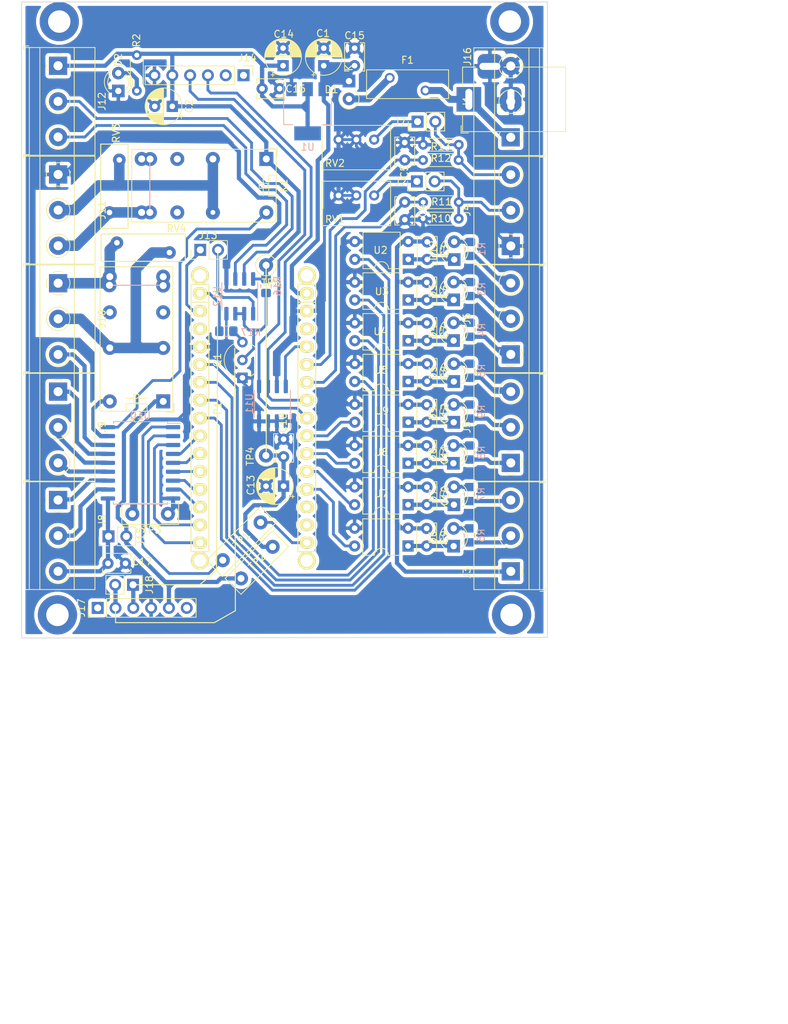
<source format=kicad_pcb>
(kicad_pcb (version 20171130) (host pcbnew 5.1.10-88a1d61d58~88~ubuntu18.04.1)
  (title_block (date "jeu. 02 avril 2015"))
  (layers (0 F.Cu signal) (31 B.Cu signal) (34 B.Paste user) (35 F.Paste user) (36 B.SilkS user) (37 F.SilkS user) (38 B.Mask user) (39 F.Mask user) (44 Edge.Cuts user))
  (net 0 "")
  (net 1 /Reset)
  (net 2 GND)
  (net 3 /Vin)
  (net 4 +5V)
  (net 5 /AREF)
  (net 6 "Net-(P3-Pad1)")
  (net 7 "Net-(P4-Pad1)")
  (net 8 "Net-(P5-Pad1)")
  (net 9 "Net-(P6-Pad1)")
  (net 10 +3V3)
  (net 11 "Net-(C6-Pad2)")
  (net 12 GNDA)
  (net 13 "Net-(C7-Pad2)")
  (net 14 "Net-(C8-Pad2)")
  (net 15 "Net-(C9-Pad2)")
  (net 16 "Net-(C10-Pad2)")
  (net 17 "Net-(C11-Pad2)")
  (net 18 "Net-(C12-Pad2)")
  (net 19 "Net-(D1-Pad2)")
  (net 20 "Net-(D2-Pad2)")
  (net 21 "Net-(D3-Pad2)")
  (net 22 "Net-(D4-Pad2)")
  (net 23 "Net-(D5-Pad2)")
  (net 24 "Net-(D6-Pad2)")
  (net 25 "Net-(D7-Pad2)")
  (net 26 "Net-(D8-Pad2)")
  (net 27 "Net-(D9-Pad2)")
  (net 28 RX1)
  (net 29 A3)
  (net 30 A2)
  (net 31 A1)
  (net 32 A0)
  (net 33 "Net-(C3-Pad2)")
  (net 34 "Net-(D12-Pad2)")
  (net 35 2)
  (net 36 3)
  (net 37 4)
  (net 38 5)
  (net 39 6)
  (net 40 7)
  (net 41 8)
  (net 42 9)
  (net 43 10)
  (net 44 11)
  (net 45 12)
  (net 46 13)
  (net 47 "Net-(K1-Pad7)")
  (net 48 "Net-(K1-Pad2)")
  (net 49 S2)
  (net 50 S1)
  (net 51 S5)
  (net 52 S4)
  (net 53 S3)
  (net 54 S8)
  (net 55 S7)
  (net 56 S6)
  (net 57 "Net-(J2-Pad1)")
  (net 58 A6)
  (net 59 A7)
  (net 60 "Net-(J7-Pad1)")
  (net 61 INA1)
  (net 62 INA2)
  (net 63 VRL)
  (net 64 RL8)
  (net 65 RL7)
  (net 66 RL6)
  (net 67 RL5)
  (net 68 RL4)
  (net 69 RL3)
  (net 70 RL2)
  (net 71 RL1)
  (net 72 "Net-(K2-Pad7)")
  (net 73 "Net-(K2-Pad2)")
  (net 74 A5)
  (net 75 A4)
  (net 76 "Net-(Q1-Pad3)")
  (net 77 TX)
  (net 78 RX)
  (net 79 "Net-(Q1-Pad2)")
  (net 80 "Net-(J14-Pad2)")
  (net 81 "Net-(J14-Pad1)")
  (net 82 OR2)
  (net 83 OR1)
  (net 84 OR3)
  (net 85 OR4)
  (net 86 A)
  (net 87 B)
  (net 88 V)
  (net 89 "Net-(J17-Pad6)")
  (net 90 "Net-(J17-Pad3)")
  (net 91 "Net-(J17-Pad2)")
  (net 92 "Net-(J17-Pad1)")
  (module Package_TO_SOT_THT:TO-92_Inline_Wide (layer F.Cu) (at 145.5 83.3 90)
    (fp_text reference Q1 (at 2.54 -3.56 90) (layer F.SilkS))
    (fp_text value 2SC1815)
    (pad 1 thru_hole rect (at 0 0 90) (size 1.5 1.5) (drill 0.8) (layers *.Cu *.Mask) (net 2 GND))
    (pad 3 thru_hole circle (at 5.08 0 90) (size 1.5 1.5) (drill 0.8) (layers *.Cu *.Mask) (net 76 "Net-(Q1-Pad3)"))
    (pad 2 thru_hole circle (at 2.54 0 90) (size 1.5 1.5) (drill 0.8) (layers *.Cu *.Mask) (net 79 "Net-(Q1-Pad2)"))
  )
  (module Relay_THT:Relay_DPDT_Omron_G5V-2 (layer F.Cu) (at 148.91 52.1 270)
    (fp_text reference K1 (at 3.81 -2.5 90) (layer F.SilkS))
    (fp_text value G6K-2)
    (pad 6 thru_hole circle (at 7.62 7.62 270) (size 2 2) (drill 0.7) (layers *.Cu *.Mask) (net 85 OR4))
    (pad 5 thru_hole circle (at 7.62 17.78 270) (size 2 2) (drill 1) (layers *.Cu *.Mask) (net 84 OR3))
    (pad 7 thru_hole circle (at 7.62 12.7 270) (size 2 2) (drill 1) (layers *.Cu *.Mask) (net 47 "Net-(K1-Pad7)"))
    (pad 3 thru_hole circle (at 0 7.62 270) (size 2 2) (drill 1) (layers *.Cu *.Mask) (net 85 OR4))
    (pad 4 thru_hole circle (at 0 17.78 270) (size 2 2) (drill 1) (layers *.Cu *.Mask) (net 84 OR3))
    (pad 2 thru_hole circle (at 0 12.7 270) (size 2 2) (drill 1) (layers *.Cu *.Mask) (net 48 "Net-(K1-Pad2)"))
    (pad 8 thru_hole circle (at 7.62 0 270) (size 2 2) (drill 1) (layers *.Cu *.Mask) (net 71 RL1))
    (pad 1 thru_hole rect (at 0 0 270) (size 2 2) (drill 1) (layers *.Cu *.Mask) (net 4 +5V))
    (pad 4 thru_hole circle (at 0.01 16.58 270) (size 2 2) (drill 1) (layers *.Cu *.Mask) (net 84 OR3))
    (pad 5 thru_hole circle (at 7.62 16.61 270) (size 2 2) (drill 1) (layers *.Cu *.Mask) (net 84 OR3))
  )
  (module Relay_THT:Relay_DPDT_Omron_G5V-2 (layer F.Cu) (at 134.2 86.66 180)
    (fp_text reference K2 (at 3.81 -2.5 180) (layer F.SilkS))
    (fp_text value G6K-2)
    (pad 6 thru_hole circle (at 7.62 7.62 180) (size 2 2) (drill 1) (layers *.Cu *.Mask) (net 82 OR2))
    (pad 5 thru_hole circle (at 7.62 17.78 180) (size 2 2) (drill 1) (layers *.Cu *.Mask) (net 83 OR1))
    (pad 7 thru_hole circle (at 7.62 12.7 180) (size 2 2) (drill 1) (layers *.Cu *.Mask) (net 72 "Net-(K2-Pad7)"))
    (pad 3 thru_hole circle (at 0 7.62 180) (size 2 2) (drill 1) (layers *.Cu *.Mask) (net 82 OR2))
    (pad 4 thru_hole circle (at 0 17.78 180) (size 2 2) (drill 1) (layers *.Cu *.Mask) (net 83 OR1))
    (pad 2 thru_hole circle (at 0 12.7 180) (size 2 2) (drill 1) (layers *.Cu *.Mask) (net 73 "Net-(K2-Pad2)"))
    (pad 8 thru_hole circle (at 7.62 0 180) (size 2 2) (drill 1) (layers *.Cu *.Mask) (net 70 RL2))
    (pad 1 thru_hole rect (at 0 0 180) (size 2 2) (drill 1) (layers *.Cu *.Mask) (net 4 +5V))
    (pad 4 thru_hole circle (at 0 16.51 180) (size 2 2) (drill 1) (layers *.Cu *.Mask) (net 83 OR1))
    (pad 5 thru_hole circle (at 7.66 16.55 180) (size 2 2) (drill 1) (layers *.Cu *.Mask) (net 83 OR1))
  )
  (module Connector_PinHeader_2.54mm:PinHeader_1x02_P2.54mm_Vertical (layer F.Cu) (at 129.9 112.8 270)
    (fp_text reference J18 (at 0 -2.33 90) (layer F.SilkS))
    (fp_text value Conn_01x02)
    (pad 2 thru_hole oval (at 0 2.54 270) (size 1.7 1.7) (drill 1) (layers *.Cu *.Mask) (net 91 "Net-(J17-Pad2)"))
    (pad 1 thru_hole rect (at 0 0 270) (size 1.7 1.7) (drill 1) (layers *.Cu *.Mask) (net 90 "Net-(J17-Pad3)"))
  )
  (module Connector_PinHeader_2.54mm:PinHeader_1x06_P2.54mm_Vertical (layer F.Cu) (at 124.86 116.1 90)
    (fp_text reference J17 (at 0 -2.33 90) (layer F.SilkS))
    (fp_text value Conn_01x06)
    (pad 6 thru_hole oval (at 0 12.7 90) (size 1.7 1.7) (drill 1) (layers *.Cu *.Mask) (net 89 "Net-(J17-Pad6)"))
    (pad 5 thru_hole oval (at 0 10.16 90) (size 1.7 1.7) (drill 1) (layers *.Cu *.Mask) (net 4 +5V))
    (pad 4 thru_hole oval (at 0 7.62 90) (size 1.7 1.7) (drill 1) (layers *.Cu *.Mask) (net 2 GND))
    (pad 3 thru_hole oval (at 0 5.08 90) (size 1.7 1.7) (drill 1) (layers *.Cu *.Mask) (net 90 "Net-(J17-Pad3)"))
    (pad 2 thru_hole oval (at 0 2.54 90) (size 1.7 1.7) (drill 1) (layers *.Cu *.Mask) (net 91 "Net-(J17-Pad2)"))
    (pad 1 thru_hole rect (at 0 0 90) (size 1.7 1.7) (drill 1) (layers *.Cu *.Mask) (net 92 "Net-(J17-Pad1)"))
  )
  (module MountingHole:MountingHole_3.2mm_M3_DIN965_Pad (layer F.Cu) (at 183.642 32.512)
    (fp_text reference H4 hide)
    (fp_text value MountingHole)
    (pad 1 thru_hole circle (at 0 0) (size 5.6 5.6) (drill 3.2) (layers *.Cu *.Mask))
  )
  (module MountingHole:MountingHole_3.2mm_M3_DIN965_Pad (layer F.Cu) (at 183.896 117.094)
    (fp_text reference H3 hide)
    (fp_text value MountingHole)
    (pad 1 thru_hole circle (at 0 0) (size 5.6 5.6) (drill 3.2) (layers *.Cu *.Mask))
  )
  (module MountingHole:MountingHole_3.2mm_M3_DIN965_Pad (layer F.Cu) (at 119.12 117.094)
    (fp_text reference H2 hide)
    (fp_text value MountingHole)
    (pad 1 thru_hole circle (at 0 0) (size 5.6 5.6) (drill 3.2) (layers *.Cu *.Mask))
  )
  (module MountingHole:MountingHole_3.2mm_M3_DIN965_Pad (layer F.Cu) (at 119.38 32.512)
    (fp_text reference H1 hide)
    (fp_text value MountingHole)
    (pad 1 thru_hole circle (at 0 0) (size 5.6 5.6) (drill 3.2) (layers *.Cu *.Mask))
  )
  (module TestPoint:TestPoint_Loop_D1.80mm_Drill1.0mm_Beaded (layer F.Cu) (at 148.875 67.25)
    (fp_text reference TP5 (at 0.7 2.5) (layer F.SilkS))
    (fp_text value TestPoint)
    (pad 1 thru_hole circle (at 0 0) (size 2 2) (drill 1) (layers *.Cu *.Mask) (net 4 +5V))
  )
  (module TestPoint:TestPoint_Loop_D1.80mm_Drill1.0mm_Beaded (layer F.Cu) (at 148.85 94.375)
    (fp_text reference TP4 (at -2.25 0.125 90) (layer F.SilkS))
    (fp_text value TestPoint)
    (pad 1 thru_hole circle (at 0 0) (size 2 2) (drill 1) (layers *.Cu *.Mask) (net 4 +5V))
  )
  (module Capacitor_THT:C_Disc_D3.8mm_W2.6mm_P2.50mm (layer F.Cu) (at 151.375 94.55 90)
    (fp_text reference C18 (at 4.85 -0.075 90) (layer F.SilkS))
    (fp_text value C_Small)
    (pad 2 thru_hole circle (at 2.5 0 90) (size 1.6 1.6) (drill 0.8) (layers *.Cu *.Mask) (net 2 GND))
    (pad 1 thru_hole circle (at 0 0 90) (size 1.6 1.6) (drill 0.8) (layers *.Cu *.Mask) (net 4 +5V))
  )
  (module Capacitor_THT:C_Disc_D3.8mm_W2.6mm_P2.50mm (layer F.Cu) (at 126.325 109.75)
    (fp_text reference C17 (at 4.875 -0.25) (layer F.SilkS))
    (fp_text value C_Small)
    (pad 2 thru_hole circle (at 2.5 0) (size 1.6 1.6) (drill 0.8) (layers *.Cu *.Mask) (net 2 GND))
    (pad 1 thru_hole circle (at 0 0) (size 1.6 1.6) (drill 0.8) (layers *.Cu *.Mask) (net 63 VRL))
  )
  (module TestPoint:TestPoint_Bridge_Pitch5.08mm_Drill1.3mm (layer F.Cu) (at 129.8 102.7)
    (fp_text reference TP3 (at 2.8 2.3) (layer F.SilkS))
    (fp_text value TestPoint_2Pole)
    (pad 1 thru_hole circle (at 5.08 0) (size 2 2) (drill 1) (layers *.Cu *.Mask) (net 2 GND))
    (pad 1 thru_hole circle (at 0 0) (size 2 2) (drill 1) (layers *.Cu *.Mask) (net 2 GND))
  )
  (module TestPoint:TestPoint_Bridge_Pitch6.35mm_Drill1.3mm (layer F.Cu) (at 145.3 111.9 45)
    (fp_text reference TP2 (at 3.323402 -0.070711 45) (layer F.SilkS))
    (fp_text value TestPoint_2Pole)
    (pad 1 thru_hole circle (at 6.38 0 45) (size 2 2) (drill 1) (layers *.Cu *.Mask) (net 4 +5V))
    (pad 1 thru_hole circle (at 0 0 45) (size 2 2) (drill 1) (layers *.Cu *.Mask) (net 4 +5V))
  )
  (module TestPoint:TestPoint_Bridge_Pitch7.62mm_Drill1.3mm (layer F.Cu) (at 148.088154 103.911846 225)
    (fp_text reference TP1 (at 3.660202 0.141421 45) (layer F.SilkS))
    (fp_text value TestPoint_2Pole)
    (pad 1 thru_hole circle (at 7.62 0 225) (size 2 2) (drill 1) (layers *.Cu *.Mask) (net 46 13))
    (pad 1 thru_hole circle (at 0 0 225) (size 2 2) (drill 1) (layers *.Cu *.Mask) (net 46 13))
  )
  (module Connector_PinHeader_2.54mm:PinHeader_1x02_P2.54mm_Vertical (layer F.Cu) (at 126.4 105.9 90)
    (fp_text reference J15 (at 0 4.6 90) (layer F.SilkS))
    (fp_text value Conn_01x02)
    (pad 2 thru_hole oval (at 0 2.54 90) (size 1.7 1.7) (drill 1) (layers *.Cu *.Mask) (net 4 +5V))
    (pad 1 thru_hole rect (at 0 0 90) (size 1.7 1.7) (drill 1) (layers *.Cu *.Mask) (net 63 VRL))
  )
  (module Resistor_THT:R_Axial_DIN0204_L3.6mm_D1.6mm_P5.08mm_Horizontal (layer F.Cu) (at 130.44 37.3 270)
    (fp_text reference R2 (at -2.1 0.04 90) (layer F.SilkS))
    (fp_text value 220)
    (pad 2 thru_hole oval (at 5.08 0 270) (size 1.4 1.4) (drill 0.7) (layers *.Cu *.Mask) (net 20 "Net-(D2-Pad2)"))
    (pad 1 thru_hole circle (at 0 0 270) (size 1.4 1.4) (drill 0.7) (layers *.Cu *.Mask) (net 4 +5V))
  )
  (module Capacitor_THT:C_Disc_D3.8mm_W2.6mm_P2.50mm (layer F.Cu) (at 148.31 42.08)
    (fp_text reference C16 (at 4.79 0.02) (layer F.SilkS))
    (fp_text value C_Small)
    (pad 2 thru_hole circle (at 2.5 0) (size 1.6 1.6) (drill 0.8) (layers *.Cu *.Mask) (net 2 GND))
    (pad 1 thru_hole circle (at 0 0) (size 1.6 1.6) (drill 0.8) (layers *.Cu *.Mask) (net 4 +5V))
  )
  (module Capacitor_THT:C_Disc_D3.8mm_W2.6mm_P2.50mm (layer F.Cu) (at 161.5 38.8 90)
    (fp_text reference C15 (at 4.3 0 180) (layer F.SilkS))
    (fp_text value C_Small)
    (pad 2 thru_hole circle (at 2.5 0 90) (size 1.6 1.6) (drill 0.8) (layers *.Cu *.Mask) (net 2 GND))
    (pad 1 thru_hole circle (at 0 0 90) (size 1.6 1.6) (drill 0.8) (layers *.Cu *.Mask) (net 3 /Vin))
  )
  (module Capacitor_THT:CP_Radial_D5.0mm_P2.50mm (layer F.Cu) (at 151.3 38.8 90)
    (fp_text reference C14 (at 4.5 0.1 180) (layer F.SilkS))
    (fp_text value 22u)
    (pad 2 thru_hole circle (at 2.5 0 90) (size 1.6 1.6) (drill 0.8) (layers *.Cu *.Mask) (net 2 GND))
    (pad 1 thru_hole rect (at 0 0 90) (size 1.6 1.6) (drill 0.8) (layers *.Cu *.Mask) (net 4 +5V))
  )
  (module Connector_PinHeader_2.54mm:PinHeader_1x06_P2.54mm_Vertical (layer F.Cu) (at 145.66 40.17 270)
    (fp_text reference J14 (at -2.47 -0.54 180) (layer F.SilkS))
    (fp_text value Conn_01x06)
    (pad 6 thru_hole oval (at 0 12.7 270) (size 1.7 1.7) (drill 1) (layers *.Cu *.Mask) (net 2 GND))
    (pad 5 thru_hole oval (at 0 10.16 270) (size 1.7 1.7) (drill 1) (layers *.Cu *.Mask) (net 4 +5V))
    (pad 4 thru_hole oval (at 0 7.62 270) (size 1.7 1.7) (drill 1) (layers *.Cu *.Mask) (net 75 A4))
    (pad 3 thru_hole oval (at 0 5.08 270) (size 1.7 1.7) (drill 1) (layers *.Cu *.Mask) (net 74 A5))
    (pad 2 thru_hole oval (at 0 2.54 270) (size 1.7 1.7) (drill 1) (layers *.Cu *.Mask) (net 80 "Net-(J14-Pad2)"))
    (pad 1 thru_hole rect (at 0 0 270) (size 1.7 1.7) (drill 1) (layers *.Cu *.Mask) (net 81 "Net-(J14-Pad1)"))
  )
  (module Capacitor_THT:CP_Radial_D5.0mm_P2.50mm (layer F.Cu) (at 151.37 98.74 180)
    (fp_text reference C13 (at 4.67 0.14 90) (layer F.SilkS))
    (fp_text value 100u)
    (pad 2 thru_hole circle (at 2.5 0 180) (size 1.6 1.6) (drill 0.8) (layers *.Cu *.Mask) (net 2 GND))
    (pad 1 thru_hole rect (at 0 0 180) (size 1.6 1.6) (drill 0.8) (layers *.Cu *.Mask) (net 4 +5V))
  )
  (module Package_SO:SOIC-8_3.9x4.9mm_P1.27mm (layer B.Cu) (at 149.78 87 90)
    (fp_text reference U11 (at 0 -3.28 90) (layer B.SilkS) (effects (justify mirror)))
    (fp_text value M24C01-FMN)
    (pad 8 smd roundrect (at 2.475 1.905 90) (size 1.95 0.6) (layers B.Cu B.Paste B.Mask) (net 4 +5V))
    (pad 7 smd roundrect (at 2.475 0.635 90) (size 1.95 0.6) (layers B.Cu B.Paste B.Mask) (net 2 GND))
    (pad 6 smd roundrect (at 2.475 -0.635 90) (size 1.95 0.6) (layers B.Cu B.Paste B.Mask) (net 74 A5))
    (pad 5 smd roundrect (at 2.475 -1.905 90) (size 1.95 0.6) (layers B.Cu B.Paste B.Mask) (net 75 A4))
    (pad 4 smd roundrect (at -2.475 -1.905 90) (size 1.95 0.6) (layers B.Cu B.Paste B.Mask) (net 2 GND))
    (pad 3 smd roundrect (at -2.475 -0.635 90) (size 1.95 0.6) (layers B.Cu B.Paste B.Mask) (net 2 GND))
    (pad 2 smd roundrect (at -2.475 0.635 90) (size 1.95 0.6) (layers B.Cu B.Paste B.Mask) (net 2 GND))
    (pad 1 smd roundrect (at -2.475 1.905 90) (size 1.95 0.6) (layers B.Cu B.Paste B.Mask) (net 2 GND))
  )
  (module Connector_PinHeader_2.54mm:PinHeader_1x02_P2.54mm_Vertical (layer F.Cu) (at 139.49 65.06 90)
    (fp_text reference J13 (at 2.06 1.11 180) (layer F.SilkS))
    (fp_text value Conn_01x02)
    (pad 2 thru_hole oval (at 0 2.54 90) (size 1.7 1.7) (drill 1) (layers *.Cu *.Mask) (net 28 RX1))
    (pad 1 thru_hole rect (at 0 0 90) (size 1.7 1.7) (drill 1) (layers *.Cu *.Mask) (net 78 RX))
  )
  (module Resistor_SMD:R_0805_2012Metric_Pad1.20x1.40mm_HandSolder (layer B.Cu) (at 143.21 76.66 180)
    (fp_text reference R17 (at -3.52 -0.16) (layer B.SilkS) (effects (justify mirror)))
    (fp_text value R)
    (pad 2 smd roundrect (at 1 0 180) (size 1.2 1.4) (layers B.Cu B.Paste B.Mask) (roundrect_rratio 0.208333) (net 77 TX))
    (pad 1 smd roundrect (at -1 0 180) (size 1.2 1.4) (layers B.Cu B.Paste B.Mask) (roundrect_rratio 0.208333) (net 76 "Net-(Q1-Pad3)"))
  )
  (module Resistor_SMD:R_0805_2012Metric_Pad1.20x1.40mm_HandSolder (layer B.Cu) (at 148.87 70.21 90)
    (fp_text reference R16 (at 0 1.65 90) (layer B.SilkS) (effects (justify mirror)))
    (fp_text value R)
    (pad 2 smd roundrect (at 1 0 90) (size 1.2 1.4) (layers B.Cu B.Paste B.Mask) (roundrect_rratio 0.208333) (net 4 +5V))
    (pad 1 smd roundrect (at -1 0 90) (size 1.2 1.4) (layers B.Cu B.Paste B.Mask) (roundrect_rratio 0.208333) (net 79 "Net-(Q1-Pad2)"))
  )
  (module Package_SO:SOIC-8_3.9x4.9mm_P1.27mm (layer B.Cu) (at 145.125 71.685 90)
    (fp_text reference U12 (at 0 -3.225 270) (layer B.SilkS) (effects (justify mirror)))
    (fp_text value SP3485EN)
    (pad 8 smd roundrect (at 2.475 1.905 90) (size 1.95 0.6) (layers B.Cu B.Paste B.Mask) (net 4 +5V))
    (pad 7 smd roundrect (at 2.475 0.635 90) (size 1.95 0.6) (layers B.Cu B.Paste B.Mask) (net 87 B))
    (pad 6 smd roundrect (at 2.475 -0.635 90) (size 1.95 0.6) (layers B.Cu B.Paste B.Mask) (net 86 A))
    (pad 5 smd roundrect (at 2.475 -1.905 90) (size 1.95 0.6) (layers B.Cu B.Paste B.Mask) (net 2 GND))
    (pad 4 smd roundrect (at -2.475 -1.905 90) (size 1.95 0.6) (layers B.Cu B.Paste B.Mask) (net 2 GND))
    (pad 3 smd roundrect (at -2.475 -0.635 90) (size 1.95 0.6) (layers B.Cu B.Paste B.Mask) (net 79 "Net-(Q1-Pad2)"))
    (pad 2 smd roundrect (at -2.475 0.635 90) (size 1.95 0.6) (layers B.Cu B.Paste B.Mask) (net 79 "Net-(Q1-Pad2)"))
    (pad 1 smd roundrect (at -2.475 1.905 90) (size 1.95 0.6) (layers B.Cu B.Paste B.Mask) (net 28 RX1))
  )
  (module Varistor:RV_Disc_D12mm_W3.9mm_P7.5mm (layer F.Cu) (at 127.6 64.04)
    (fp_text reference RV4 (at 8.5 -2.04) (layer F.SilkS))
    (fp_text value Varistor)
    (pad 2 thru_hole circle (at 7.5 1.4) (size 1.8 1.8) (drill 0.8) (layers *.Cu *.Mask) (net 82 OR2))
    (pad 1 thru_hole circle (at 0 0) (size 1.8 1.8) (drill 0.8) (layers *.Cu *.Mask) (net 83 OR1))
  )
  (module Varistor:RV_Disc_D12mm_W3.9mm_P7.5mm (layer F.Cu) (at 126.54 59.73 90)
    (fp_text reference RV3 (at 11.33 0.96 90) (layer F.SilkS))
    (fp_text value Varistor)
    (pad 2 thru_hole circle (at 7.5 1.4 90) (size 1.8 1.8) (drill 0.8) (layers *.Cu *.Mask) (net 85 OR4))
    (pad 1 thru_hole circle (at 0 0 90) (size 1.8 1.8) (drill 0.8) (layers *.Cu *.Mask) (net 84 OR3))
  )
  (module TerminalBlock_Phoenix:TerminalBlock_Phoenix_MKDS-1,5-3-5.08_1x03_P5.08mm_Horizontal (layer F.Cu) (at 119.21 38.81 270)
    (fp_text reference J12 (at 5.08 -6.26 90) (layer F.SilkS))
    (fp_text value Conn_01x03)
    (pad 3 thru_hole circle (at 10.16 0 270) (size 2.6 2.6) (drill 1.3) (layers *.Cu *.Mask) (net 86 A))
    (pad 2 thru_hole circle (at 5.08 0 270) (size 2.6 2.6) (drill 1.3) (layers *.Cu *.Mask) (net 87 B))
    (pad 1 thru_hole rect (at 0 0 270) (size 2.6 2.6) (drill 1.3) (layers *.Cu *.Mask) (net 4 +5V))
  )
  (module TerminalBlock_Phoenix:TerminalBlock_Phoenix_MKDS-1,5-3-5.08_1x03_P5.08mm_Horizontal (layer F.Cu) (at 119.22 54.31 270)
    (fp_text reference J11 (at 5.08 -6.26 90) (layer F.SilkS))
    (fp_text value Conn_01x03)
    (pad 3 thru_hole circle (at 10.16 0 270) (size 2.6 2.6) (drill 1.3) (layers *.Cu *.Mask) (net 84 OR3))
    (pad 2 thru_hole circle (at 5.08 0 270) (size 2.6 2.6) (drill 1.3) (layers *.Cu *.Mask) (net 85 OR4))
    (pad 1 thru_hole rect (at 0 0 270) (size 2.6 2.6) (drill 1.3) (layers *.Cu *.Mask) (net 2 GND))
  )
  (module TerminalBlock_Phoenix:TerminalBlock_Phoenix_MKDS-1,5-3-5.08_1x03_P5.08mm_Horizontal (layer F.Cu) (at 119.22 69.81 270)
    (fp_text reference J10 (at 5.08 -6.26 90) (layer F.SilkS))
    (fp_text value Conn_01x03)
    (pad 3 thru_hole circle (at 10.16 0 270) (size 2.6 2.6) (drill 1.3) (layers *.Cu *.Mask) (net 69 RL3))
    (pad 2 thru_hole circle (at 5.08 0 270) (size 2.6 2.6) (drill 1.3) (layers *.Cu *.Mask) (net 82 OR2))
    (pad 1 thru_hole rect (at 0 0 270) (size 2.6 2.6) (drill 1.3) (layers *.Cu *.Mask) (net 83 OR1))
  )
  (module TerminalBlock_Phoenix:TerminalBlock_Phoenix_MKDS-1,5-3-5.08_1x03_P5.08mm_Horizontal (layer F.Cu) (at 119.21 85.27 270)
    (fp_text reference J9 (at 5.08 -6.26 90) (layer F.SilkS))
    (fp_text value Conn_01x03)
    (pad 3 thru_hole circle (at 10.16 0 270) (size 2.6 2.6) (drill 1.3) (layers *.Cu *.Mask) (net 66 RL6))
    (pad 2 thru_hole circle (at 5.08 0 270) (size 2.6 2.6) (drill 1.3) (layers *.Cu *.Mask) (net 67 RL5))
    (pad 1 thru_hole rect (at 0 0 270) (size 2.6 2.6) (drill 1.3) (layers *.Cu *.Mask) (net 68 RL4))
  )
  (module TerminalBlock_Phoenix:TerminalBlock_Phoenix_MKDS-1,5-3-5.08_1x03_P5.08mm_Horizontal (layer F.Cu) (at 119.21 100.72 270)
    (fp_text reference J8 (at 2.88 -6.29 90) (layer F.SilkS))
    (fp_text value Conn_01x03)
    (pad 3 thru_hole circle (at 10.16 0 270) (size 2.6 2.6) (drill 1.3) (layers *.Cu *.Mask) (net 63 VRL))
    (pad 2 thru_hole circle (at 5.08 0 270) (size 2.6 2.6) (drill 1.3) (layers *.Cu *.Mask) (net 64 RL8))
    (pad 1 thru_hole rect (at 0 0 270) (size 2.6 2.6) (drill 1.3) (layers *.Cu *.Mask) (net 65 RL7))
  )
  (module Potentiometer_THT:Potentiometer_Bourns_3299W_Vertical (layer F.Cu) (at 164.29 49.34)
    (fp_text reference RV2 (at -5.59 3.36) (layer F.SilkS))
    (fp_text value R_POT)
    (pad 3 thru_hole circle (at -5.08 0) (size 1.44 1.44) (drill 0.8) (layers *.Cu *.Mask) (net 2 GND))
    (pad 2 thru_hole circle (at -2.54 0) (size 1.44 1.44) (drill 0.8) (layers *.Cu *.Mask) (net 2 GND))
    (pad 1 thru_hole circle (at 0 0) (size 1.44 1.44) (drill 0.8) (layers *.Cu *.Mask) (net 60 "Net-(J7-Pad1)"))
  )
  (module Resistor_THT:R_Axial_DIN0204_L3.6mm_D1.6mm_P5.08mm_Horizontal (layer F.Cu) (at 171.26 52.26)
    (fp_text reference R13 (at 2.54 -1.92) (layer F.SilkS))
    (fp_text value R_Small)
    (pad 2 thru_hole oval (at 5.08 0) (size 1.4 1.4) (drill 0.7) (layers *.Cu *.Mask) (net 62 INA2))
    (pad 1 thru_hole circle (at 0 0) (size 1.4 1.4) (drill 0.7) (layers *.Cu *.Mask) (net 59 A7))
  )
  (module Resistor_THT:R_Axial_DIN0204_L3.6mm_D1.6mm_P5.08mm_Horizontal (layer F.Cu) (at 176.36 50.07 180)
    (fp_text reference R12 (at 2.54 -1.92) (layer F.SilkS))
    (fp_text value R_Small)
    (pad 2 thru_hole oval (at 5.08 0 180) (size 1.4 1.4) (drill 0.7) (layers *.Cu *.Mask) (net 2 GND))
    (pad 1 thru_hole circle (at 0 0 180) (size 1.4 1.4) (drill 0.7) (layers *.Cu *.Mask) (net 62 INA2))
  )
  (module Connector_PinHeader_2.54mm:PinHeader_1x02_P2.54mm_Vertical (layer F.Cu) (at 170.48 46.78 90)
    (fp_text reference J7 (at -0.02 -2.48 180) (layer F.SilkS))
    (fp_text value Conn_01x02)
    (pad 2 thru_hole oval (at 0 2.54 90) (size 1.7 1.7) (drill 1) (layers *.Cu *.Mask) (net 62 INA2))
    (pad 1 thru_hole rect (at 0 0 90) (size 1.7 1.7) (drill 1) (layers *.Cu *.Mask) (net 60 "Net-(J7-Pad1)"))
  )
  (module Capacitor_THT:C_Disc_D3.8mm_W2.6mm_P2.50mm (layer F.Cu) (at 168.65 52.25 90)
    (fp_text reference C5 (at -1.65 -0.05 90) (layer F.SilkS))
    (fp_text value C_Small)
    (pad 2 thru_hole circle (at 2.5 0 90) (size 1.6 1.6) (drill 0.8) (layers *.Cu *.Mask) (net 2 GND))
    (pad 1 thru_hole circle (at 0 0 90) (size 1.6 1.6) (drill 0.8) (layers *.Cu *.Mask) (net 59 A7))
  )
  (module Potentiometer_THT:Potentiometer_Bourns_3299W_Vertical (layer F.Cu) (at 164.29 57.3)
    (fp_text reference RV1 (at -5.59 3.4) (layer F.SilkS))
    (fp_text value R_POT)
    (pad 3 thru_hole circle (at -5.08 0) (size 1.44 1.44) (drill 0.8) (layers *.Cu *.Mask) (net 2 GND))
    (pad 2 thru_hole circle (at -2.54 0) (size 1.44 1.44) (drill 0.8) (layers *.Cu *.Mask) (net 2 GND))
    (pad 1 thru_hole circle (at 0 0) (size 1.44 1.44) (drill 0.8) (layers *.Cu *.Mask) (net 57 "Net-(J2-Pad1)"))
  )
  (module Resistor_THT:R_Axial_DIN0204_L3.6mm_D1.6mm_P5.08mm_Horizontal (layer F.Cu) (at 171.28 58.26)
    (fp_text reference R11 (at 2.62 -0.06) (layer F.SilkS))
    (fp_text value R_Small)
    (pad 2 thru_hole oval (at 5.08 0) (size 1.4 1.4) (drill 0.7) (layers *.Cu *.Mask) (net 61 INA1))
    (pad 1 thru_hole circle (at 0 0) (size 1.4 1.4) (drill 0.7) (layers *.Cu *.Mask) (net 58 A6))
  )
  (module Resistor_THT:R_Axial_DIN0204_L3.6mm_D1.6mm_P5.08mm_Horizontal (layer F.Cu) (at 176.35 60.61 180)
    (fp_text reference R10 (at 2.55 0.01) (layer F.SilkS))
    (fp_text value R_Small)
    (pad 2 thru_hole oval (at 5.08 0 180) (size 1.4 1.4) (drill 0.7) (layers *.Cu *.Mask) (net 2 GND))
    (pad 1 thru_hole circle (at 0 0 180) (size 1.4 1.4) (drill 0.7) (layers *.Cu *.Mask) (net 61 INA1))
  )
  (module Connector_PinHeader_2.54mm:PinHeader_1x02_P2.54mm_Vertical (layer F.Cu) (at 170.39 55.3 90)
    (fp_text reference J2 (at -0.1 -2.33 180) (layer F.SilkS))
    (fp_text value Conn_01x02)
    (pad 2 thru_hole oval (at 0 2.54 90) (size 1.7 1.7) (drill 1) (layers *.Cu *.Mask) (net 61 INA1))
    (pad 1 thru_hole rect (at 0 0 90) (size 1.7 1.7) (drill 1) (layers *.Cu *.Mask) (net 57 "Net-(J2-Pad1)"))
  )
  (module Capacitor_THT:C_Disc_D3.8mm_W2.6mm_P2.50mm (layer F.Cu) (at 168.66 58.25 270)
    (fp_text reference C4 (at 1.25 -2.55 90) (layer F.SilkS))
    (fp_text value C_Small)
    (pad 2 thru_hole circle (at 2.5 0 270) (size 1.6 1.6) (drill 0.8) (layers *.Cu *.Mask) (net 2 GND))
    (pad 1 thru_hole circle (at 0 0 270) (size 1.6 1.6) (drill 0.8) (layers *.Cu *.Mask) (net 58 A6))
  )
  (module TerminalBlock_Phoenix:TerminalBlock_Phoenix_MKDS-1,5-3-5.08_1x03_P5.08mm_Horizontal (layer F.Cu) (at 183.77 49.01 90)
    (fp_text reference J1 (at 5.08 -6.26 90) (layer F.SilkS))
    (fp_text value Conn_01x03)
    (pad 3 thru_hole circle (at 10.16 0 90) (size 2.6 2.6) (drill 1.3) (layers *.Cu *.Mask) (net 2 GND))
    (pad 2 thru_hole circle (at 5.08 0 90) (size 2.6 2.6) (drill 1.3) (layers *.Cu *.Mask) (net 2 GND))
    (pad 1 thru_hole rect (at 0 0 90) (size 2.6 2.6) (drill 1.3) (layers *.Cu *.Mask) (net 88 V))
  )
  (module Package_SO:SOIC-18W_7.5x11.6mm_P1.27mm (layer B.Cu) (at 130.96 95.42 180)
    (fp_text reference U10 (at 0 6.72) (layer B.SilkS) (effects (justify mirror)))
    (fp_text value ULN2803A)
    (pad 18 smd roundrect (at 4.65 5.08 180) (size 2.05 0.6) (layers B.Cu B.Paste B.Mask) (net 71 RL1))
    (pad 17 smd roundrect (at 4.65 3.81 180) (size 2.05 0.6) (layers B.Cu B.Paste B.Mask) (net 70 RL2))
    (pad 16 smd roundrect (at 4.65 2.54 180) (size 2.05 0.6) (layers B.Cu B.Paste B.Mask) (net 69 RL3))
    (pad 15 smd roundrect (at 4.65 1.27 180) (size 2.05 0.6) (layers B.Cu B.Paste B.Mask) (net 68 RL4))
    (pad 14 smd roundrect (at 4.65 0 180) (size 2.05 0.6) (layers B.Cu B.Paste B.Mask) (net 67 RL5))
    (pad 13 smd roundrect (at 4.65 -1.27 180) (size 2.05 0.6) (layers B.Cu B.Paste B.Mask) (net 66 RL6))
    (pad 12 smd roundrect (at 4.65 -2.54 180) (size 2.05 0.6) (layers B.Cu B.Paste B.Mask) (net 65 RL7))
    (pad 11 smd roundrect (at 4.65 -3.81 180) (size 2.05 0.6) (layers B.Cu B.Paste B.Mask) (net 64 RL8))
    (pad 10 smd roundrect (at 4.65 -5.08 180) (size 2.05 0.6) (layers B.Cu B.Paste B.Mask) (net 63 VRL))
    (pad 9 smd roundrect (at -4.65 -5.08 180) (size 2.05 0.6) (layers B.Cu B.Paste B.Mask) (net 2 GND))
    (pad 8 smd roundrect (at -4.65 -3.81 180) (size 2.05 0.6) (layers B.Cu B.Paste B.Mask) (net 43 10))
    (pad 7 smd roundrect (at -4.65 -2.54 180) (size 2.05 0.6) (layers B.Cu B.Paste B.Mask) (net 42 9))
    (pad 6 smd roundrect (at -4.65 -1.27 180) (size 2.05 0.6) (layers B.Cu B.Paste B.Mask) (net 41 8))
    (pad 5 smd roundrect (at -4.65 0 180) (size 2.05 0.6) (layers B.Cu B.Paste B.Mask) (net 40 7))
    (pad 4 smd roundrect (at -4.65 1.27 180) (size 2.05 0.6) (layers B.Cu B.Paste B.Mask) (net 39 6))
    (pad 3 smd roundrect (at -4.65 2.54 180) (size 2.05 0.6) (layers B.Cu B.Paste B.Mask) (net 44 11))
    (pad 2 smd roundrect (at -4.65 3.81 180) (size 2.05 0.6) (layers B.Cu B.Paste B.Mask) (net 45 12))
    (pad 1 smd roundrect (at -4.65 5.08 180) (size 2.05 0.6) (layers B.Cu B.Paste B.Mask) (net 46 13))
  )
  (module Package_DIP:DIP-4_W7.62mm (layer F.Cu) (at 169.16 66.41 180)
    (fp_text reference U2 (at 3.96 1.31) (layer F.SilkS))
    (fp_text value EL817)
    (pad 4 thru_hole oval (at 7.62 0 180) (size 1.6 1.6) (drill 0.8) (layers *.Cu *.Mask) (net 38 5))
    (pad 2 thru_hole oval (at 0 2.54 180) (size 1.6 1.6) (drill 0.8) (layers *.Cu *.Mask) (net 12 GNDA))
    (pad 3 thru_hole oval (at 7.62 2.54 180) (size 1.6 1.6) (drill 0.8) (layers *.Cu *.Mask) (net 2 GND))
    (pad 1 thru_hole rect (at 0 0 180) (size 1.6 1.6) (drill 0.8) (layers *.Cu *.Mask) (net 33 "Net-(C3-Pad2)"))
  )
  (module Resistor_SMD:R_0805_2012Metric_Pad1.20x1.40mm_HandSolder (layer B.Cu) (at 178 64.93 90)
    (fp_text reference R1 (at 0 1.65 90) (layer B.SilkS) (effects (justify mirror)))
    (fp_text value R)
    (pad 2 smd roundrect (at 1 0 90) (size 1.2 1.4) (layers B.Cu B.Paste B.Mask) (roundrect_rratio 0.208333) (net 34 "Net-(D12-Pad2)"))
    (pad 1 smd roundrect (at -1 0 90) (size 1.2 1.4) (layers B.Cu B.Paste B.Mask) (roundrect_rratio 0.208333) (net 54 S8))
  )
  (module LED_THT:LED_D3.0mm (layer F.Cu) (at 175.71 66.44 90)
    (fp_text reference D12 (at 1.27 -2.96 90) (layer F.SilkS))
    (fp_text value LED)
    (pad 2 thru_hole circle (at 2.54 0 90) (size 1.8 1.8) (drill 0.9) (layers *.Cu *.Mask) (net 34 "Net-(D12-Pad2)"))
    (pad 1 thru_hole rect (at 0 0 90) (size 1.8 1.8) (drill 0.9) (layers *.Cu *.Mask) (net 33 "Net-(C3-Pad2)"))
  )
  (module Capacitor_THT:C_Disc_D3.8mm_W2.6mm_P2.50mm (layer F.Cu) (at 171.86 63.92 270)
    (fp_text reference C3 (at 1.25 -2.55 90) (layer F.SilkS))
    (fp_text value C_Small)
    (pad 2 thru_hole circle (at 2.5 0 270) (size 1.6 1.6) (drill 0.8) (layers *.Cu *.Mask) (net 33 "Net-(C3-Pad2)"))
    (pad 1 thru_hole circle (at 0 0 270) (size 1.6 1.6) (drill 0.8) (layers *.Cu *.Mask) (net 12 GNDA))
  )
  (module Package_DIP:DIP-4_W7.62mm (layer F.Cu) (at 169.15 89.625 180)
    (fp_text reference U9 (at 3.75 1.625) (layer F.SilkS))
    (fp_text value EL817)
    (pad 4 thru_hole oval (at 7.62 0 180) (size 1.6 1.6) (drill 0.8) (layers *.Cu *.Mask) (net 29 A3))
    (pad 2 thru_hole oval (at 0 2.54 180) (size 1.6 1.6) (drill 0.8) (layers *.Cu *.Mask) (net 12 GNDA))
    (pad 3 thru_hole oval (at 7.62 2.54 180) (size 1.6 1.6) (drill 0.8) (layers *.Cu *.Mask) (net 2 GND))
    (pad 1 thru_hole rect (at 0 0 180) (size 1.6 1.6) (drill 0.8) (layers *.Cu *.Mask) (net 18 "Net-(C12-Pad2)"))
  )
  (module Package_DIP:DIP-4_W7.62mm (layer F.Cu) (at 169.13 95.48 180)
    (fp_text reference U8 (at 3.83 1.58) (layer F.SilkS))
    (fp_text value EL817)
    (pad 4 thru_hole oval (at 7.62 0 180) (size 1.6 1.6) (drill 0.8) (layers *.Cu *.Mask) (net 30 A2))
    (pad 2 thru_hole oval (at 0 2.54 180) (size 1.6 1.6) (drill 0.8) (layers *.Cu *.Mask) (net 12 GNDA))
    (pad 3 thru_hole oval (at 7.62 2.54 180) (size 1.6 1.6) (drill 0.8) (layers *.Cu *.Mask) (net 2 GND))
    (pad 1 thru_hole rect (at 0 0 180) (size 1.6 1.6) (drill 0.8) (layers *.Cu *.Mask) (net 17 "Net-(C11-Pad2)"))
  )
  (module Package_DIP:DIP-4_W7.62mm (layer F.Cu) (at 169.13 101.39 180)
    (fp_text reference U7 (at 3.83 1.59) (layer F.SilkS))
    (fp_text value EL817)
    (pad 4 thru_hole oval (at 7.62 0 180) (size 1.6 1.6) (drill 0.8) (layers *.Cu *.Mask) (net 31 A1))
    (pad 2 thru_hole oval (at 0 2.54 180) (size 1.6 1.6) (drill 0.8) (layers *.Cu *.Mask) (net 12 GNDA))
    (pad 3 thru_hole oval (at 7.62 2.54 180) (size 1.6 1.6) (drill 0.8) (layers *.Cu *.Mask) (net 2 GND))
    (pad 1 thru_hole rect (at 0 0 180) (size 1.6 1.6) (drill 0.8) (layers *.Cu *.Mask) (net 16 "Net-(C10-Pad2)"))
  )
  (module Package_DIP:DIP-4_W7.62mm (layer F.Cu) (at 169.125 107.275 180)
    (fp_text reference U6 hide)
    (fp_text value EL817)
    (pad 4 thru_hole oval (at 7.62 0 180) (size 1.6 1.6) (drill 0.8) (layers *.Cu *.Mask) (net 32 A0))
    (pad 2 thru_hole oval (at 0 2.54 180) (size 1.6 1.6) (drill 0.8) (layers *.Cu *.Mask) (net 12 GNDA))
    (pad 3 thru_hole oval (at 7.62 2.54 180) (size 1.6 1.6) (drill 0.8) (layers *.Cu *.Mask) (net 2 GND))
    (pad 1 thru_hole rect (at 0 0 180) (size 1.6 1.6) (drill 0.8) (layers *.Cu *.Mask) (net 15 "Net-(C9-Pad2)"))
  )
  (module Package_DIP:DIP-4_W7.62mm (layer F.Cu) (at 169.15 83.82 180)
    (fp_text reference U5 (at 3.85 1.62) (layer F.SilkS))
    (fp_text value EL817)
    (pad 4 thru_hole oval (at 7.62 0 180) (size 1.6 1.6) (drill 0.8) (layers *.Cu *.Mask) (net 35 2))
    (pad 2 thru_hole oval (at 0 2.54 180) (size 1.6 1.6) (drill 0.8) (layers *.Cu *.Mask) (net 12 GNDA))
    (pad 3 thru_hole oval (at 7.62 2.54 180) (size 1.6 1.6) (drill 0.8) (layers *.Cu *.Mask) (net 2 GND))
    (pad 1 thru_hole rect (at 0 0 180) (size 1.6 1.6) (drill 0.8) (layers *.Cu *.Mask) (net 14 "Net-(C8-Pad2)"))
  )
  (module Package_DIP:DIP-4_W7.62mm (layer F.Cu) (at 169.15 78.01 180)
    (fp_text reference U4 (at 3.95 1.31) (layer F.SilkS))
    (fp_text value EL817)
    (pad 4 thru_hole oval (at 7.62 0 180) (size 1.6 1.6) (drill 0.8) (layers *.Cu *.Mask) (net 36 3))
    (pad 2 thru_hole oval (at 0 2.54 180) (size 1.6 1.6) (drill 0.8) (layers *.Cu *.Mask) (net 12 GNDA))
    (pad 3 thru_hole oval (at 7.62 2.54 180) (size 1.6 1.6) (drill 0.8) (layers *.Cu *.Mask) (net 2 GND))
    (pad 1 thru_hole rect (at 0 0 180) (size 1.6 1.6) (drill 0.8) (layers *.Cu *.Mask) (net 13 "Net-(C7-Pad2)"))
  )
  (module Package_DIP:DIP-4_W7.62mm (layer F.Cu) (at 169.15 72.2 180)
    (fp_text reference U3 (at 3.75 1.2) (layer F.SilkS))
    (fp_text value EL817)
    (pad 4 thru_hole oval (at 7.62 0 180) (size 1.6 1.6) (drill 0.8) (layers *.Cu *.Mask) (net 37 4))
    (pad 2 thru_hole oval (at 0 2.54 180) (size 1.6 1.6) (drill 0.8) (layers *.Cu *.Mask) (net 12 GNDA))
    (pad 3 thru_hole oval (at 7.62 2.54 180) (size 1.6 1.6) (drill 0.8) (layers *.Cu *.Mask) (net 2 GND))
    (pad 1 thru_hole rect (at 0 0 180) (size 1.6 1.6) (drill 0.8) (layers *.Cu *.Mask) (net 11 "Net-(C6-Pad2)"))
  )
  (module Package_TO_SOT_SMD:SOT-223-3_TabPin2 (layer B.Cu) (at 154.8 45.3 270)
    (fp_text reference U1 (at 5.1 0 180) (layer B.SilkS) (effects (justify mirror)))
    (fp_text value AMS1117-5.0)
    (pad 1 smd rect (at -3.15 2.3 270) (size 2 1.5) (layers B.Cu B.Paste B.Mask) (net 2 GND))
    (pad 3 smd rect (at -3.15 -2.3 270) (size 2 1.5) (layers B.Cu B.Paste B.Mask) (net 3 /Vin))
    (pad 2 smd rect (at -3.15 0 270) (size 2 1.5) (layers B.Cu B.Paste B.Mask) (net 4 +5V))
    (pad 2 smd rect (at 3.15 0 270) (size 2 3.8) (layers B.Cu B.Paste B.Mask) (net 4 +5V))
  )
  (module Resistor_SMD:R_0805_2012Metric_Pad1.20x1.40mm_HandSolder (layer B.Cu) (at 177.94 88.11 90)
    (fp_text reference R9 (at 0 1.65 90) (layer B.SilkS) (effects (justify mirror)))
    (fp_text value R)
    (pad 2 smd roundrect (at 1 0 90) (size 1.2 1.4) (layers B.Cu B.Paste B.Mask) (roundrect_rratio 0.208333) (net 27 "Net-(D9-Pad2)"))
    (pad 1 smd roundrect (at -1 0 90) (size 1.2 1.4) (layers B.Cu B.Paste B.Mask) (roundrect_rratio 0.208333) (net 52 S4))
  )
  (module Resistor_SMD:R_0805_2012Metric_Pad1.20x1.40mm_HandSolder (layer B.Cu) (at 177.94 93.95 90)
    (fp_text reference R8 (at 0 1.65 90) (layer B.SilkS) (effects (justify mirror)))
    (fp_text value R)
    (pad 2 smd roundrect (at 1 0 90) (size 1.2 1.4) (layers B.Cu B.Paste B.Mask) (roundrect_rratio 0.208333) (net 26 "Net-(D8-Pad2)"))
    (pad 1 smd roundrect (at -1 0 90) (size 1.2 1.4) (layers B.Cu B.Paste B.Mask) (roundrect_rratio 0.208333) (net 53 S3))
  )
  (module Resistor_SMD:R_0805_2012Metric_Pad1.20x1.40mm_HandSolder (layer B.Cu) (at 177.89 99.87 90)
    (fp_text reference R7 (at 0 1.65 90) (layer B.SilkS) (effects (justify mirror)))
    (fp_text value R)
    (pad 2 smd roundrect (at 1 0 90) (size 1.2 1.4) (layers B.Cu B.Paste B.Mask) (roundrect_rratio 0.208333) (net 25 "Net-(D7-Pad2)"))
    (pad 1 smd roundrect (at -1 0 90) (size 1.2 1.4) (layers B.Cu B.Paste B.Mask) (roundrect_rratio 0.208333) (net 49 S2))
  )
  (module Resistor_SMD:R_0805_2012Metric_Pad1.20x1.40mm_HandSolder (layer B.Cu) (at 177.89 105.76 90)
    (fp_text reference R6 (at 0 1.65 90) (layer B.SilkS) (effects (justify mirror)))
    (fp_text value R)
    (pad 2 smd roundrect (at 1 0 90) (size 1.2 1.4) (layers B.Cu B.Paste B.Mask) (roundrect_rratio 0.208333) (net 24 "Net-(D6-Pad2)"))
    (pad 1 smd roundrect (at -1 0 90) (size 1.2 1.4) (layers B.Cu B.Paste B.Mask) (roundrect_rratio 0.208333) (net 50 S1))
  )
  (module Resistor_SMD:R_0805_2012Metric_Pad1.20x1.40mm_HandSolder (layer B.Cu) (at 177.95 82.29 90)
    (fp_text reference R5 (at 0 1.65 90) (layer B.SilkS) (effects (justify mirror)))
    (fp_text value R)
    (pad 2 smd roundrect (at 1 0 90) (size 1.2 1.4) (layers B.Cu B.Paste B.Mask) (roundrect_rratio 0.208333) (net 23 "Net-(D5-Pad2)"))
    (pad 1 smd roundrect (at -1 0 90) (size 1.2 1.4) (layers B.Cu B.Paste B.Mask) (roundrect_rratio 0.208333) (net 51 S5))
  )
  (module Resistor_SMD:R_0805_2012Metric_Pad1.20x1.40mm_HandSolder (layer B.Cu) (at 177.98 76.45 90)
    (fp_text reference R4 (at 0 1.65 90) (layer B.SilkS) (effects (justify mirror)))
    (fp_text value R)
    (pad 2 smd roundrect (at 1 0 90) (size 1.2 1.4) (layers B.Cu B.Paste B.Mask) (roundrect_rratio 0.208333) (net 22 "Net-(D4-Pad2)"))
    (pad 1 smd roundrect (at -1 0 90) (size 1.2 1.4) (layers B.Cu B.Paste B.Mask) (roundrect_rratio 0.208333) (net 56 S6))
  )
  (module Resistor_SMD:R_0805_2012Metric_Pad1.20x1.40mm_HandSolder (layer B.Cu) (at 178 70.65 90)
    (fp_text reference R3 (at 0 1.65 90) (layer B.SilkS) (effects (justify mirror)))
    (fp_text value R)
    (pad 2 smd roundrect (at 1 0 90) (size 1.2 1.4) (layers B.Cu B.Paste B.Mask) (roundrect_rratio 0.208333) (net 21 "Net-(D3-Pad2)"))
    (pad 1 smd roundrect (at -1 0 90) (size 1.2 1.4) (layers B.Cu B.Paste B.Mask) (roundrect_rratio 0.208333) (net 55 S7))
  )
  (module Connector_BarrelJack:BarrelJack_Horizontal (layer F.Cu) (at 177.8 43.6 180)
    (fp_text reference J16 (at 0.2 6.1 90) (layer F.SilkS))
    (fp_text value Barrel_Jack_Switch_Pin3Ring)
    (pad 3 thru_hole roundrect (at -3 4.7 180) (size 3.5 3.5) (drill oval 3 1) (layers *.Cu *.Mask) (net 2 GND))
    (pad 2 thru_hole roundrect (at -6 0 180) (size 3 3.5) (drill oval 1 3) (layers *.Cu *.Mask) (net 2 GND))
    (pad 1 thru_hole rect (at 0 0 180) (size 3.5 3.5) (drill oval 1 3) (layers *.Cu *.Mask) (net 88 V))
  )
  (module TerminalBlock_Phoenix:TerminalBlock_Phoenix_MKDS-1,5-3-5.08_1x03_P5.08mm_Horizontal (layer F.Cu) (at 183.78 79.96 90)
    (fp_text reference J6 (at 5.08 -6.26 90) (layer F.SilkS))
    (fp_text value Conn_01x03)
    (pad 3 thru_hole circle (at 10.16 0 90) (size 2.6 2.6) (drill 1.3) (layers *.Cu *.Mask) (net 54 S8))
    (pad 2 thru_hole circle (at 5.08 0 90) (size 2.6 2.6) (drill 1.3) (layers *.Cu *.Mask) (net 55 S7))
    (pad 1 thru_hole rect (at 0 0 90) (size 2.6 2.6) (drill 1.3) (layers *.Cu *.Mask) (net 56 S6))
  )
  (module TerminalBlock_Phoenix:TerminalBlock_Phoenix_MKDS-1,5-3-5.08_1x03_P5.08mm_Horizontal (layer F.Cu) (at 183.78 95.43 90)
    (fp_text reference J5 (at 5.08 -6.26 90) (layer F.SilkS))
    (fp_text value Conn_01x03)
    (pad 3 thru_hole circle (at 10.16 0 90) (size 2.6 2.6) (drill 1.3) (layers *.Cu *.Mask) (net 51 S5))
    (pad 2 thru_hole circle (at 5.08 0 90) (size 2.6 2.6) (drill 1.3) (layers *.Cu *.Mask) (net 52 S4))
    (pad 1 thru_hole rect (at 0 0 90) (size 2.6 2.6) (drill 1.3) (layers *.Cu *.Mask) (net 53 S3))
  )
  (module TerminalBlock_Phoenix:TerminalBlock_Phoenix_MKDS-1,5-3-5.08_1x03_P5.08mm_Horizontal (layer F.Cu) (at 183.78 64.5 90)
    (fp_text reference J4 (at 5.08 -6.26 90) (layer F.SilkS))
    (fp_text value Conn_01x03)
    (pad 3 thru_hole circle (at 10.16 0 90) (size 2.6 2.6) (drill 1.3) (layers *.Cu *.Mask) (net 62 INA2))
    (pad 2 thru_hole circle (at 5.08 0 90) (size 2.6 2.6) (drill 1.3) (layers *.Cu *.Mask) (net 61 INA1))
    (pad 1 thru_hole rect (at 0 0 90) (size 2.6 2.6) (drill 1.3) (layers *.Cu *.Mask) (net 2 GND))
  )
  (module TerminalBlock_Phoenix:TerminalBlock_Phoenix_MKDS-1,5-3-5.08_1x03_P5.08mm_Horizontal (layer F.Cu) (at 183.78 110.89 90)
    (fp_text reference J3 (at -0.21 -6.26 90) (layer F.SilkS))
    (fp_text value Conn_01x03)
    (pad 3 thru_hole circle (at 10.16 0 90) (size 2.6 2.6) (drill 1.3) (layers *.Cu *.Mask) (net 49 S2))
    (pad 2 thru_hole circle (at 5.08 0 90) (size 2.6 2.6) (drill 1.3) (layers *.Cu *.Mask) (net 50 S1))
    (pad 1 thru_hole rect (at 0 0 90) (size 2.6 2.6) (drill 1.3) (layers *.Cu *.Mask) (net 12 GNDA))
  )
  (module Fuse:Fuse_BelFuse_0ZRE0033FF_L11.4mm_W3.8mm (layer F.Cu) (at 166.51 40.54)
    (fp_text reference F1 (at 2.54 -2.54) (layer F.SilkS))
    (fp_text value Polyfuse_Small)
    (pad 1 thru_hole circle (at 0 0) (size 1.4 1.4) (drill 0.85) (layers *.Cu *.Mask) (net 19 "Net-(D1-Pad2)"))
    (pad 2 thru_hole circle (at 5.1 1.8) (size 1.4 1.4) (drill 0.85) (layers *.Cu *.Mask) (net 88 V))
  )
  (module LED_THT:LED_D3.0mm (layer F.Cu) (at 175.64 89.64 90)
    (fp_text reference D9 (at 1.27 -2.96 90) (layer F.SilkS))
    (fp_text value LED)
    (pad 2 thru_hole circle (at 2.54 0 90) (size 1.8 1.8) (drill 0.9) (layers *.Cu *.Mask) (net 27 "Net-(D9-Pad2)"))
    (pad 1 thru_hole rect (at 0 0 90) (size 1.8 1.8) (drill 0.9) (layers *.Cu *.Mask) (net 18 "Net-(C12-Pad2)"))
  )
  (module LED_THT:LED_D3.0mm (layer F.Cu) (at 175.59 95.48 90)
    (fp_text reference D8 (at 1.27 -2.96 90) (layer F.SilkS))
    (fp_text value LED)
    (pad 2 thru_hole circle (at 2.54 0 90) (size 1.8 1.8) (drill 0.9) (layers *.Cu *.Mask) (net 26 "Net-(D8-Pad2)"))
    (pad 1 thru_hole rect (at 0 0 90) (size 1.8 1.8) (drill 0.9) (layers *.Cu *.Mask) (net 17 "Net-(C11-Pad2)"))
  )
  (module LED_THT:LED_D3.0mm (layer F.Cu) (at 175.67 101.39 90)
    (fp_text reference D7 (at 1.27 -2.96 90) (layer F.SilkS))
    (fp_text value LED)
    (pad 2 thru_hole circle (at 2.54 0 90) (size 1.8 1.8) (drill 0.9) (layers *.Cu *.Mask) (net 25 "Net-(D7-Pad2)"))
    (pad 1 thru_hole rect (at 0 0 90) (size 1.8 1.8) (drill 0.9) (layers *.Cu *.Mask) (net 16 "Net-(C10-Pad2)"))
  )
  (module LED_THT:LED_D3.0mm (layer F.Cu) (at 175.63 107.3 90)
    (fp_text reference D6 (at 1.27 -2.96 90) (layer F.SilkS))
    (fp_text value LED)
    (pad 2 thru_hole circle (at 2.54 0 90) (size 1.8 1.8) (drill 0.9) (layers *.Cu *.Mask) (net 24 "Net-(D6-Pad2)"))
    (pad 1 thru_hole rect (at 0 0 90) (size 1.8 1.8) (drill 0.9) (layers *.Cu *.Mask) (net 15 "Net-(C9-Pad2)"))
  )
  (module LED_THT:LED_D3.0mm (layer F.Cu) (at 175.66 83.83 90)
    (fp_text reference D5 (at 1.27 -2.96 90) (layer F.SilkS))
    (fp_text value LED)
    (pad 2 thru_hole circle (at 2.54 0 90) (size 1.8 1.8) (drill 0.9) (layers *.Cu *.Mask) (net 23 "Net-(D5-Pad2)"))
    (pad 1 thru_hole rect (at 0 0 90) (size 1.8 1.8) (drill 0.9) (layers *.Cu *.Mask) (net 14 "Net-(C8-Pad2)"))
  )
  (module LED_THT:LED_D3.0mm (layer F.Cu) (at 175.62 77.99 90)
    (fp_text reference D4 (at 1.27 -2.96 90) (layer F.SilkS))
    (fp_text value LED)
    (pad 2 thru_hole circle (at 2.54 0 90) (size 1.8 1.8) (drill 0.9) (layers *.Cu *.Mask) (net 22 "Net-(D4-Pad2)"))
    (pad 1 thru_hole rect (at 0 0 90) (size 1.8 1.8) (drill 0.9) (layers *.Cu *.Mask) (net 13 "Net-(C7-Pad2)"))
  )
  (module LED_THT:LED_D3.0mm (layer F.Cu) (at 175.63 72.19 90)
    (fp_text reference D3 (at 1.27 -2.96 90) (layer F.SilkS))
    (fp_text value LED)
    (pad 2 thru_hole circle (at 2.54 0 90) (size 1.8 1.8) (drill 0.9) (layers *.Cu *.Mask) (net 21 "Net-(D3-Pad2)"))
    (pad 1 thru_hole rect (at 0 0 90) (size 1.8 1.8) (drill 0.9) (layers *.Cu *.Mask) (net 11 "Net-(C6-Pad2)"))
  )
  (module LED_THT:LED_D3.0mm (layer F.Cu) (at 127.8 42.4 90)
    (fp_text reference D2 (at 4.4 0 90) (layer F.SilkS))
    (fp_text value LED_ALT)
    (pad 2 thru_hole circle (at 2.54 0 90) (size 1.8 1.8) (drill 0.9) (layers *.Cu *.Mask) (net 20 "Net-(D2-Pad2)"))
    (pad 1 thru_hole rect (at 0 0 90) (size 1.8 1.8) (drill 0.9) (layers *.Cu *.Mask) (net 2 GND))
  )
  (module Diode_THT:D_A-405_P2.54mm_Vertical_KathodeUp (layer F.Cu) (at 160.7 41 270)
    (fp_text reference D1 (at 1.2 2.5 180) (layer F.SilkS))
    (fp_text value 1N4007)
    (fp_text user K (at -1.9 0 90) (layer F.SilkS))
    (pad 2 thru_hole oval (at 2.54 0 270) (size 1.8 1.8) (drill 0.9) (layers *.Cu *.Mask) (net 19 "Net-(D1-Pad2)"))
    (pad 1 thru_hole rect (at 0 0 270) (size 1.8 1.8) (drill 0.9) (layers *.Cu *.Mask) (net 3 /Vin))
  )
  (module Capacitor_THT:C_Disc_D3.8mm_W2.6mm_P2.50mm (layer F.Cu) (at 171.8 87.13 270)
    (fp_text reference C12 (at 1.25 -2.55 90) (layer F.SilkS))
    (fp_text value C_Small)
    (pad 2 thru_hole circle (at 2.5 0 270) (size 1.6 1.6) (drill 0.8) (layers *.Cu *.Mask) (net 18 "Net-(C12-Pad2)"))
    (pad 1 thru_hole circle (at 0 0 270) (size 1.6 1.6) (drill 0.8) (layers *.Cu *.Mask) (net 12 GNDA))
  )
  (module Capacitor_THT:C_Disc_D3.8mm_W2.6mm_P2.50mm (layer F.Cu) (at 171.78 92.98 270)
    (fp_text reference C11 (at 1.25 -2.55 90) (layer F.SilkS))
    (fp_text value C_Small)
    (pad 2 thru_hole circle (at 2.5 0 270) (size 1.6 1.6) (drill 0.8) (layers *.Cu *.Mask) (net 17 "Net-(C11-Pad2)"))
    (pad 1 thru_hole circle (at 0 0 270) (size 1.6 1.6) (drill 0.8) (layers *.Cu *.Mask) (net 12 GNDA))
  )
  (module Capacitor_THT:C_Disc_D3.8mm_W2.6mm_P2.50mm (layer F.Cu) (at 171.82 98.88 270)
    (fp_text reference C10 (at 1.25 -2.55 90) (layer F.SilkS))
    (fp_text value C_Small)
    (pad 2 thru_hole circle (at 2.5 0 270) (size 1.6 1.6) (drill 0.8) (layers *.Cu *.Mask) (net 16 "Net-(C10-Pad2)"))
    (pad 1 thru_hole circle (at 0 0 270) (size 1.6 1.6) (drill 0.8) (layers *.Cu *.Mask) (net 12 GNDA))
  )
  (module Capacitor_THT:C_Disc_D3.8mm_W2.6mm_P2.50mm (layer F.Cu) (at 171.78 104.77 270)
    (fp_text reference C9 (at 1.25 -2.55 90) (layer F.SilkS))
    (fp_text value C_Small)
    (pad 2 thru_hole circle (at 2.5 0 270) (size 1.6 1.6) (drill 0.8) (layers *.Cu *.Mask) (net 15 "Net-(C9-Pad2)"))
    (pad 1 thru_hole circle (at 0 0 270) (size 1.6 1.6) (drill 0.8) (layers *.Cu *.Mask) (net 12 GNDA))
  )
  (module Capacitor_THT:C_Disc_D3.8mm_W2.6mm_P2.50mm (layer F.Cu) (at 171.85 81.3 270)
    (fp_text reference C8 (at 1.25 -2.55 90) (layer F.SilkS))
    (fp_text value C_Small)
    (pad 2 thru_hole circle (at 2.5 0 270) (size 1.6 1.6) (drill 0.8) (layers *.Cu *.Mask) (net 14 "Net-(C8-Pad2)"))
    (pad 1 thru_hole circle (at 0 0 270) (size 1.6 1.6) (drill 0.8) (layers *.Cu *.Mask) (net 12 GNDA))
  )
  (module Capacitor_THT:C_Disc_D3.8mm_W2.6mm_P2.50mm (layer F.Cu) (at 171.81 75.49 270)
    (fp_text reference C7 (at 1.25 -2.55 90) (layer F.SilkS))
    (fp_text value C_Small)
    (pad 2 thru_hole circle (at 2.5 0 270) (size 1.6 1.6) (drill 0.8) (layers *.Cu *.Mask) (net 13 "Net-(C7-Pad2)"))
    (pad 1 thru_hole circle (at 0 0 270) (size 1.6 1.6) (drill 0.8) (layers *.Cu *.Mask) (net 12 GNDA))
  )
  (module Capacitor_THT:C_Disc_D3.8mm_W2.6mm_P2.50mm (layer F.Cu) (at 171.8 69.7 270)
    (fp_text reference C6 (at 1.25 -2.55 90) (layer F.SilkS))
    (fp_text value C_Small)
    (pad 2 thru_hole circle (at 2.5 0 270) (size 1.6 1.6) (drill 0.8) (layers *.Cu *.Mask) (net 11 "Net-(C6-Pad2)"))
    (pad 1 thru_hole circle (at 0 0 270) (size 1.6 1.6) (drill 0.8) (layers *.Cu *.Mask) (net 12 GNDA))
  )
  (module Capacitor_THT:CP_Radial_D5.0mm_P2.50mm (layer F.Cu) (at 135.5 44.6 180)
    (fp_text reference C2 (at -2.4 0 90) (layer F.SilkS))
    (fp_text value 22u)
    (pad 2 thru_hole circle (at 2.5 0 180) (size 1.6 1.6) (drill 0.8) (layers *.Cu *.Mask) (net 2 GND))
    (pad 1 thru_hole rect (at 0 0 180) (size 1.6 1.6) (drill 0.8) (layers *.Cu *.Mask) (net 4 +5V))
  )
  (module Capacitor_THT:CP_Radial_D5.0mm_P2.50mm (layer F.Cu) (at 157.1 38.8 90)
    (fp_text reference C1 (at 4.6 -0.1 180) (layer F.SilkS))
    (fp_text value 100u)
    (pad 2 thru_hole circle (at 2.5 0 90) (size 1.6 1.6) (drill 0.8) (layers *.Cu *.Mask) (net 2 GND))
    (pad 1 thru_hole rect (at 0 0 90) (size 1.6 1.6) (drill 0.8) (layers *.Cu *.Mask) (net 3 /Vin))
  )
  (module Socket_Arduino_Nano:Socket_Strip_Arduino_1x15 (layer F.Cu) (at 139.446 71.247 270)
    (fp_text reference P1 (at 16.383 -2.54 270) (layer F.SilkS))
    (fp_text value Digital)
    (pad 1 thru_hole oval (at 0 0 270) (size 1.7272 2.032) (drill 1.016) (layers *.Cu *.Mask F.SilkS) (net 77 TX))
    (pad 2 thru_hole oval (at 2.54 0 270) (size 1.7272 2.032) (drill 1.016) (layers *.Cu *.Mask F.SilkS) (net 78 RX))
    (pad 3 thru_hole oval (at 5.08 0 270) (size 1.7272 2.032) (drill 1.016) (layers *.Cu *.Mask F.SilkS) (net 1 /Reset))
    (pad 4 thru_hole oval (at 7.62 0 270) (size 1.7272 2.032) (drill 1.016) (layers *.Cu *.Mask F.SilkS) (net 2 GND))
    (pad 5 thru_hole oval (at 10.16 0 270) (size 1.7272 2.032) (drill 1.016) (layers *.Cu *.Mask F.SilkS) (net 35 2))
    (pad 6 thru_hole oval (at 12.7 0 270) (size 1.7272 2.032) (drill 1.016) (layers *.Cu *.Mask F.SilkS) (net 36 3))
    (pad 7 thru_hole oval (at 15.24 0 270) (size 1.7272 2.032) (drill 1.016) (layers *.Cu *.Mask F.SilkS) (net 37 4))
    (pad 8 thru_hole oval (at 17.78 0 270) (size 1.7272 2.032) (drill 1.016) (layers *.Cu *.Mask F.SilkS) (net 38 5))
    (pad 9 thru_hole oval (at 20.32 0 270) (size 1.7272 2.032) (drill 1.016) (layers *.Cu *.Mask F.SilkS) (net 39 6))
    (pad 10 thru_hole oval (at 22.86 0 270) (size 1.7272 2.032) (drill 1.016) (layers *.Cu *.Mask F.SilkS) (net 40 7))
    (pad 11 thru_hole oval (at 25.4 0 270) (size 1.7272 2.032) (drill 1.016) (layers *.Cu *.Mask F.SilkS) (net 41 8))
    (pad 12 thru_hole oval (at 27.94 0 270) (size 1.7272 2.032) (drill 1.016) (layers *.Cu *.Mask F.SilkS) (net 42 9))
    (pad 13 thru_hole oval (at 30.48 0 270) (size 1.7272 2.032) (drill 1.016) (layers *.Cu *.Mask F.SilkS) (net 43 10))
    (pad 14 thru_hole oval (at 33.02 0 270) (size 1.7272 2.032) (drill 1.016) (layers *.Cu *.Mask F.SilkS) (net 44 11))
    (pad 15 thru_hole oval (at 35.56 0 270) (size 1.7272 2.032) (drill 1.016) (layers *.Cu *.Mask F.SilkS) (net 45 12))
  )
  (module Socket_Arduino_Nano:Socket_Strip_Arduino_1x15 (layer F.Cu) (at 154.686 71.247 270)
    (fp_text reference P2 hide)
    (fp_text value Analog)
    (pad 1 thru_hole oval (at 0 0 270) (size 1.7272 2.032) (drill 1.016) (layers *.Cu *.Mask F.SilkS) (net 3 /Vin))
    (pad 2 thru_hole oval (at 2.54 0 270) (size 1.7272 2.032) (drill 1.016) (layers *.Cu *.Mask F.SilkS) (net 2 GND))
    (pad 3 thru_hole oval (at 5.08 0 270) (size 1.7272 2.032) (drill 1.016) (layers *.Cu *.Mask F.SilkS) (net 1 /Reset))
    (pad 4 thru_hole oval (at 7.62 0 270) (size 1.7272 2.032) (drill 1.016) (layers *.Cu *.Mask F.SilkS) (net 4 +5V))
    (pad 5 thru_hole oval (at 10.16 0 270) (size 1.7272 2.032) (drill 1.016) (layers *.Cu *.Mask F.SilkS) (net 59 A7))
    (pad 6 thru_hole oval (at 12.7 0 270) (size 1.7272 2.032) (drill 1.016) (layers *.Cu *.Mask F.SilkS) (net 58 A6))
    (pad 7 thru_hole oval (at 15.24 0 270) (size 1.7272 2.032) (drill 1.016) (layers *.Cu *.Mask F.SilkS) (net 74 A5))
    (pad 8 thru_hole oval (at 17.78 0 270) (size 1.7272 2.032) (drill 1.016) (layers *.Cu *.Mask F.SilkS) (net 75 A4))
    (pad 9 thru_hole oval (at 20.32 0 270) (size 1.7272 2.032) (drill 1.016) (layers *.Cu *.Mask F.SilkS) (net 29 A3))
    (pad 10 thru_hole oval (at 22.86 0 270) (size 1.7272 2.032) (drill 1.016) (layers *.Cu *.Mask F.SilkS) (net 30 A2))
    (pad 11 thru_hole oval (at 25.4 0 270) (size 1.7272 2.032) (drill 1.016) (layers *.Cu *.Mask F.SilkS) (net 31 A1))
    (pad 12 thru_hole oval (at 27.94 0 270) (size 1.7272 2.032) (drill 1.016) (layers *.Cu *.Mask F.SilkS) (net 32 A0))
    (pad 13 thru_hole oval (at 30.48 0 270) (size 1.7272 2.032) (drill 1.016) (layers *.Cu *.Mask F.SilkS) (net 5 /AREF))
    (pad 14 thru_hole oval (at 33.02 0 270) (size 1.7272 2.032) (drill 1.016) (layers *.Cu *.Mask F.SilkS) (net 10 +3V3))
    (pad 15 thru_hole oval (at 35.56 0 270) (size 1.7272 2.032) (drill 1.016) (layers *.Cu *.Mask F.SilkS) (net 46 13))
  )
  (module Socket_Arduino_Nano:1pin_Nano (layer F.Cu) (at 139.446 68.707)
    (fp_text reference P3 hide)
    (fp_text value CONN_01X01 hide)
    (pad 1 thru_hole circle (at 0 0) (size 2.54 2.54) (drill 1.778) (layers *.Cu *.Mask F.SilkS) (net 6 "Net-(P3-Pad1)"))
  )
  (module Socket_Arduino_Nano:1pin_Nano (layer F.Cu) (at 139.446 109.347)
    (fp_text reference P4 hide)
    (fp_text value CONN_01X01 hide)
    (pad 1 thru_hole circle (at 0 0) (size 2.54 2.54) (drill 1.778) (layers *.Cu *.Mask F.SilkS) (net 7 "Net-(P4-Pad1)"))
  )
  (module Socket_Arduino_Nano:1pin_Nano (layer F.Cu) (at 154.686 109.347)
    (fp_text reference P5 hide)
    (fp_text value CONN_01X01 hide)
    (pad 1 thru_hole circle (at 0 0) (size 2.54 2.54) (drill 1.778) (layers *.Cu *.Mask F.SilkS) (net 8 "Net-(P5-Pad1)"))
  )
  (module Socket_Arduino_Nano:1pin_Nano (layer F.Cu) (at 154.686 68.707)
    (fp_text reference P6 hide)
    (fp_text value CONN_01X01 hide)
    (pad 1 thru_hole circle (at 0 0) (size 2.54 2.54) (drill 1.778) (layers *.Cu *.Mask F.SilkS) (net 9 "Net-(P6-Pad1)"))
  )
  (gr_line (start 141.8 110.8) (end 142 65.1) (layer F.SilkS) (width 0.15))
  (gr_line (start 139.4 112.8) (end 141.8 110.8) (layer F.SilkS) (width 0.15))
  (gr_line (start 129.9 112.8) (end 139.4 112.8) (layer F.SilkS) (width 0.15))
  (gr_line (start 144.5 116.5) (end 144.4 79.1) (layer F.SilkS) (width 0.15))
  (gr_line (start 141.5 118.2) (end 144.5 116.5) (layer F.SilkS) (width 0.15))
  (gr_line (start 127.4 118.2) (end 141.5 118.2) (layer F.SilkS) (width 0.15))
  (gr_line (start 127.4 116.2) (end 127.4 118.2) (layer F.SilkS) (width 0.15))
  (gr_line (start 126.6 70.1) (end 134.2 70.1) (layer B.SilkS) (width 0.15))
  (gr_line (start 132.3 59.7) (end 132.3 52.2) (layer B.SilkS) (width 0.15))
  (gr_line (start 114 35) (end 114 29.718) (layer Edge.Cuts) (width 0.1))
  (gr_line (start 189 35) (end 189 29.718) (layer Edge.Cuts) (width 0.1))
  (gr_line (start 114 120.396) (end 114 114) (layer Edge.Cuts) (width 0.1))
  (gr_line (start 189 120.3) (end 189 114) (layer Edge.Cuts) (width 0.1))
  (gr_line (start 114 36) (end 114 35) (layer Edge.Cuts) (width 0.1))
  (gr_line (start 189 35) (end 189 36) (layer Edge.Cuts) (width 0.1))
  (gr_line (start 114 114) (end 114 36) (layer Edge.Cuts) (width 0.1))
  (gr_line (start 189 120.3) (end 114 120.396) (layer Edge.Cuts) (width 0.1))
  (gr_line (start 189 36) (end 189 114) (layer Edge.Cuts) (width 0.1))
  (gr_line (start 114 29.718) (end 189 29.718) (layer Edge.Cuts) (width 0.1))
  (gr_line (start 148.875 67.225) (end 148.9 94.4) (layer F.SilkS) (width 0.15))
  (gr_text 1 (at 141.732 71.247) (layer F.SilkS) (effects (font (size 1 1))))
  (segment (start 162.44 104.735) (end 161.505 104.735) (width 0.6) (layer B.Cu) (net 2))
  (segment (start 161.505 87.085) (end 162.61 87.085) (width 0.6) (layer B.Cu) (net 2))
  (segment (start 163.15 104.025) (end 162.44 104.735) (width 0.6) (layer B.Cu) (net 2))
  (segment (start 162.61 87.085) (end 163.15 87.625) (width 0.6) (layer B.Cu) (net 2))
  (segment (start 161.53 87.085) (end 160.525 87.085) (width 0.6) (layer B.Cu) (net 2))
  (segment (start 160.525 87.085) (end 159.71 86.27) (width 0.6) (layer B.Cu) (net 2))
  (segment (start 159.84 75.47) (end 159.71 75.6) (width 0.6) (layer B.Cu) (net 2))
  (segment (start 161.53 75.47) (end 159.84 75.47) (width 0.6) (layer B.Cu) (net 2))
  (segment (start 159.71 75.6) (end 159.71 70.46) (width 0.6) (layer B.Cu) (net 2))
  (segment (start 159.71 69.69) (end 159.71 70.46) (width 0.6) (layer B.Cu) (net 2))
  (segment (start 159.97 81.28) (end 159.71 81.02) (width 0.6) (layer B.Cu) (net 2))
  (segment (start 161.53 81.28) (end 159.97 81.28) (width 0.6) (layer B.Cu) (net 2))
  (segment (start 159.71 86.27) (end 159.71 81.02) (width 0.6) (layer B.Cu) (net 2))
  (segment (start 159.71 81.02) (end 159.71 75.6) (width 0.6) (layer B.Cu) (net 2))
  (segment (start 161.54 63.87) (end 160.41 63.87) (width 0.6) (layer B.Cu) (net 2))
  (segment (start 160.41 63.87) (end 159.71 64.57) (width 0.6) (layer B.Cu) (net 2))
  (segment (start 159.74 69.66) (end 159.71 69.69) (width 0.6) (layer B.Cu) (net 2))
  (segment (start 159.71 64.57) (end 159.71 69.69) (width 0.6) (layer B.Cu) (net 2))
  (segment (start 161.53 69.66) (end 159.74 69.66) (width 0.6) (layer B.Cu) (net 2))
  (segment (start 163.08 92.94) (end 163.15 92.87) (width 0.6) (layer B.Cu) (net 2))
  (segment (start 161.51 92.94) (end 163.08 92.94) (width 0.6) (layer B.Cu) (net 2))
  (segment (start 163.15 87.625) (end 163.15 92.87) (width 0.6) (layer B.Cu) (net 2))
  (segment (start 163.12 98.85) (end 163.15 98.88) (width 0.6) (layer B.Cu) (net 2))
  (segment (start 161.51 98.85) (end 163.12 98.85) (width 0.6) (layer B.Cu) (net 2))
  (segment (start 163.15 92.87) (end 163.15 98.88) (width 0.6) (layer B.Cu) (net 2))
  (segment (start 163.15 98.88) (end 163.15 104.025) (width 0.6) (layer B.Cu) (net 2))
  (segment (start 161.75 49.34) (end 161.75 50.31) (width 0.4) (layer B.Cu) (net 2))
  (segment (start 161.75 50.31) (end 162.4 50.96) (width 0.4) (layer B.Cu) (net 2))
  (segment (start 162.4 50.96) (end 166.21 50.96) (width 0.4) (layer B.Cu) (net 2))
  (segment (start 167.42 49.75) (end 168.65 49.75) (width 0.4) (layer B.Cu) (net 2))
  (segment (start 166.21 50.96) (end 167.42 49.75) (width 0.4) (layer B.Cu) (net 2))
  (segment (start 170.96 49.75) (end 171.28 50.07) (width 0.4) (layer B.Cu) (net 2))
  (segment (start 168.65 49.75) (end 170.96 49.75) (width 0.4) (layer B.Cu) (net 2))
  (segment (start 159.21 49.34) (end 161.75 49.34) (width 0.4) (layer B.Cu) (net 2))
  (segment (start 159.21 57.3) (end 161.75 57.3) (width 0.4) (layer B.Cu) (net 2))
  (segment (start 165.54 63.87) (end 168.66 60.75) (width 0.6) (layer B.Cu) (net 2))
  (segment (start 161.54 63.87) (end 165.54 63.87) (width 0.6) (layer B.Cu) (net 2))
  (segment (start 171.13 60.75) (end 171.27 60.61) (width 0.6) (layer B.Cu) (net 2))
  (segment (start 168.66 60.75) (end 171.13 60.75) (width 0.6) (layer B.Cu) (net 2))
  (segment (start 159.21 57.3) (end 159.21 49.34) (width 0.6) (layer B.Cu) (net 2))
  (segment (start 143.21 73.5) (end 143.21 78.78) (width 0.35) (layer B.Cu) (net 2))
  (segment (start 143.21 78.78) (end 143.15 78.84) (width 0.4) (layer B.Cu) (net 2))
  (segment (start 143.235 73.475) (end 143.21 73.5) (width 0.4) (layer B.Cu) (net 2))
  (segment (start 143.123 78.867) (end 143.15 78.84) (width 0.4) (layer B.Cu) (net 2))
  (segment (start 139.446 78.867) (end 143.123 78.867) (width 0.4) (layer B.Cu) (net 2))
  (segment (start 143.14 78.88) (end 143.14 81.52) (width 0.4) (layer B.Cu) (net 2))
  (segment (start 143.14 81.52) (end 146.39 84.77) (width 0.4) (layer B.Cu) (net 2))
  (segment (start 146.39 84.77) (end 146.39 88.81) (width 0.4) (layer B.Cu) (net 2))
  (segment (start 147.177 89.597) (end 149.098 89.597) (width 0.4) (layer B.Cu) (net 2))
  (segment (start 147.055 89.475) (end 146.695 89.115) (width 0.4) (layer B.Cu) (net 2))
  (segment (start 151.685 89.475) (end 147.055 89.475) (width 0.4) (layer B.Cu) (net 2))
  (segment (start 146.39 88.81) (end 146.695 89.115) (width 0.4) (layer B.Cu) (net 2))
  (segment (start 146.695 89.115) (end 147.177 89.597) (width 0.4) (layer B.Cu) (net 2))
  (segment (start 171.27 60.61) (end 172.62 61.96) (width 0.4) (layer B.Cu) (net 2))
  (segment (start 143.22 69.21) (end 143.22 67.36) (width 0.6) (layer B.Cu) (net 2))
  (segment (start 157.2 72.28) (end 157.2 59.31) (width 0.4) (layer B.Cu) (net 2))
  (segment (start 157.2 59.31) (end 159.21 57.3) (width 0.4) (layer B.Cu) (net 2))
  (segment (start 154.686 73.787) (end 155.693 73.787) (width 0.4) (layer B.Cu) (net 2))
  (segment (start 155.693 73.787) (end 157.2 72.28) (width 0.4) (layer B.Cu) (net 2))
  (segment (start 139.446 78.867) (end 138.533 78.867) (width 0.4) (layer B.Cu) (net 2))
  (segment (start 138.533 78.867) (end 137.63 79.77) (width 0.4) (layer B.Cu) (net 2))
  (segment (start 137.63 79.77) (end 137.63 87.91) (width 0.4) (layer B.Cu) (net 2))
  (segment (start 137.63 87.91) (end 136.39 89.15) (width 0.4) (layer B.Cu) (net 2))
  (segment (start 136.39 89.15) (end 132.57 89.15) (width 0.4) (layer B.Cu) (net 2))
  (segment (start 132.57 89.15) (end 130.51 91.21) (width 0.4) (layer B.Cu) (net 2))
  (segment (start 183.6 64.5) (end 181.06 61.96) (width 0.4) (layer B.Cu) (net 2))
  (segment (start 183.78 64.5) (end 183.6 64.5) (width 0.4) (layer B.Cu) (net 2))
  (segment (start 172.62 61.96) (end 181.06 61.96) (width 0.4) (layer B.Cu) (net 2))
  (segment (start 120.09 54.31) (end 124.525 49.875) (width 0.6) (layer B.Cu) (net 2))
  (segment (start 121.47 52.93) (end 124.525 49.875) (width 0.6) (layer B.Cu) (net 2))
  (segment (start 119.22 54.31) (end 120.09 54.31) (width 0.6) (layer B.Cu) (net 2))
  (segment (start 135.61 101.97) (end 134.88 102.7) (width 0.6) (layer B.Cu) (net 2))
  (segment (start 135.61 100.5) (end 135.61 101.97) (width 0.6) (layer B.Cu) (net 2))
  (segment (start 148.575 63.325) (end 146.475 63.325) (width 0.6) (layer B.Cu) (net 2))
  (segment (start 150.76 61.14) (end 148.575 63.325) (width 0.6) (layer B.Cu) (net 2))
  (segment (start 150.76 58.46) (end 150.76 61.14) (width 0.6) (layer B.Cu) (net 2))
  (segment (start 149.91 57.61) (end 150.76 58.46) (width 0.6) (layer B.Cu) (net 2))
  (segment (start 125.8 48.6) (end 142.53 48.6) (width 0.6) (layer B.Cu) (net 2))
  (segment (start 143.22 66.58) (end 143.22 69.21) (width 0.6) (layer B.Cu) (net 2))
  (segment (start 145 51.07) (end 145 54.85) (width 0.6) (layer B.Cu) (net 2))
  (segment (start 142.53 48.6) (end 145 51.07) (width 0.6) (layer B.Cu) (net 2))
  (segment (start 147.76 57.61) (end 149.91 57.61) (width 0.6) (layer B.Cu) (net 2))
  (segment (start 146.475 63.325) (end 143.22 66.58) (width 0.6) (layer B.Cu) (net 2))
  (segment (start 124.525 49.875) (end 125.8 48.6) (width 0.6) (layer B.Cu) (net 2))
  (segment (start 145 54.85) (end 147.76 57.61) (width 0.6) (layer B.Cu) (net 2))
  (segment (start 169.418 40.894) (end 172.662 37.65) (width 0.6) (layer B.Cu) (net 2))
  (segment (start 159.21 49.34) (end 159.21 47.546) (width 0.6) (layer B.Cu) (net 2))
  (segment (start 159.436 47.32) (end 165.024 47.32) (width 0.6) (layer B.Cu) (net 2))
  (segment (start 169.418 42.926) (end 169.418 40.894) (width 0.6) (layer B.Cu) (net 2))
  (segment (start 159.21 47.546) (end 159.436 47.32) (width 0.6) (layer B.Cu) (net 2))
  (segment (start 165.024 47.32) (end 169.418 42.926) (width 0.6) (layer B.Cu) (net 2))
  (segment (start 183.8 38.88) (end 183.77 38.85) (width 0.6) (layer B.Cu) (net 2))
  (segment (start 180.85 38.85) (end 180.8 38.9) (width 0.6) (layer B.Cu) (net 2))
  (segment (start 183.77 38.85) (end 180.85 38.85) (width 0.6) (layer B.Cu) (net 2))
  (segment (start 183.8 46.14) (end 183.8 43.6) (width 0.6) (layer B.Cu) (net 2))
  (segment (start 181.75 43.6) (end 183.8 43.6) (width 0.6) (layer B.Cu) (net 2))
  (segment (start 183.77 43.93) (end 181.42 43.93) (width 0.6) (layer B.Cu) (net 2))
  (segment (start 181.42 43.93) (end 181.75 43.6) (width 0.6) (layer B.Cu) (net 2))
  (segment (start 183.77 43.93) (end 183.77 38.85) (width 0.6) (layer B.Cu) (net 2))
  (segment (start 183.77 38.85) (end 177.81 38.85) (width 0.6) (layer B.Cu) (net 2))
  (segment (start 130 102.5) (end 129.8 102.7) (width 1) (layer B.Cu) (net 2))
  (segment (start 130 99.9) (end 130 102.5) (width 1) (layer B.Cu) (net 2))
  (segment (start 153.289 73.787) (end 154.686 73.787) (width 0.4) (layer B.Cu) (net 2))
  (segment (start 152.4 74.676) (end 153.289 73.787) (width 0.4) (layer B.Cu) (net 2))
  (segment (start 150.368 84.647) (end 150.368 79.832) (width 0.4) (layer B.Cu) (net 2))
  (segment (start 152.4 77.8) (end 152.4 74.676) (width 0.4) (layer B.Cu) (net 2))
  (segment (start 150.368 79.832) (end 152.4 77.8) (width 0.4) (layer B.Cu) (net 2))
  (segment (start 157.11 43.8) (end 157.11 42.16) (width 0.6) (layer B.Cu) (net 3))
  (segment (start 157.75 44.44) (end 157.11 43.8) (width 0.6) (layer B.Cu) (net 3))
  (segment (start 157.75 50.81) (end 157.75 44.44) (width 0.6) (layer B.Cu) (net 3))
  (segment (start 153.357 71.247) (end 152.56 70.45) (width 0.6) (layer B.Cu) (net 3))
  (segment (start 157.11 42.16) (end 157.1 42.15) (width 0.6) (layer B.Cu) (net 3))
  (segment (start 156.24 63.63) (end 156.24 52.32) (width 0.6) (layer B.Cu) (net 3))
  (segment (start 154.686 71.247) (end 153.357 71.247) (width 0.6) (layer B.Cu) (net 3))
  (segment (start 152.56 70.45) (end 152.56 67.31) (width 0.6) (layer B.Cu) (net 3))
  (segment (start 156.24 52.32) (end 157.75 50.81) (width 0.6) (layer B.Cu) (net 3))
  (segment (start 152.56 67.31) (end 156.24 63.63) (width 0.6) (layer B.Cu) (net 3))
  (segment (start 160.7 39.6) (end 161.5 38.8) (width 1) (layer B.Cu) (net 3))
  (segment (start 160.7 41) (end 160.7 39.6) (width 1) (layer B.Cu) (net 3))
  (segment (start 160.7 41) (end 159.3 41) (width 1) (layer B.Cu) (net 3))
  (segment (start 157.1 41.7) (end 160 38.8) (width 1) (layer B.Cu) (net 3))
  (segment (start 157.1 42.15) (end 157.1 41.7) (width 1) (layer B.Cu) (net 3))
  (segment (start 160 38.8) (end 161.5 38.8) (width 1) (layer B.Cu) (net 3))
  (segment (start 160.4 41) (end 158.2 38.8) (width 1) (layer B.Cu) (net 3))
  (segment (start 160.7 41) (end 160.4 41) (width 1) (layer B.Cu) (net 3))
  (segment (start 157.1 38.8) (end 158.2 38.8) (width 1) (layer B.Cu) (net 3))
  (segment (start 160.7 40.4) (end 159.1 38.8) (width 1) (layer B.Cu) (net 3))
  (segment (start 160.7 41) (end 160.7 40.4) (width 1) (layer B.Cu) (net 3))
  (segment (start 158.2 38.8) (end 159.1 38.8) (width 1) (layer B.Cu) (net 3))
  (segment (start 159.1 38.8) (end 160 38.8) (width 1) (layer B.Cu) (net 3))
  (segment (start 158.25 41) (end 157.1 42.15) (width 1) (layer B.Cu) (net 3))
  (segment (start 160.7 41) (end 158.25 41) (width 1) (layer B.Cu) (net 3))
  (segment (start 157.1 38.8) (end 157.1 42.15) (width 1) (layer B.Cu) (net 3))
  (segment (start 157.1 40.6) (end 158 39.7) (width 1) (layer B.Cu) (net 3))
  (segment (start 157.1 42.15) (end 157.1 40.6) (width 1) (layer B.Cu) (net 3))
  (segment (start 159.3 41) (end 158 39.7) (width 1) (layer B.Cu) (net 3))
  (segment (start 158 39.7) (end 157.1 38.8) (width 1) (layer B.Cu) (net 3))
  (segment (start 151.638 84.647) (end 151.638 80.264) (width 0.4) (layer B.Cu) (net 4))
  (segment (start 153.035 78.867) (end 154.686 78.867) (width 0.4) (layer B.Cu) (net 4))
  (segment (start 151.638 80.264) (end 153.035 78.867) (width 0.4) (layer B.Cu) (net 4))
  (segment (start 147.03 69.21) (end 148.87 69.21) (width 0.4) (layer B.Cu) (net 4))
  (segment (start 148.91 49.69) (end 148.91 52.1) (width 0.6) (layer B.Cu) (net 4))
  (segment (start 153.51 56.7) (end 148.91 52.1) (width 0.6) (layer B.Cu) (net 4))
  (segment (start 153.51 62.49) (end 153.51 56.7) (width 0.6) (layer B.Cu) (net 4))
  (segment (start 148.87 69.21) (end 148.87 67.13) (width 0.6) (layer B.Cu) (net 4))
  (segment (start 148.87 67.13) (end 153.51 62.49) (width 0.6) (layer B.Cu) (net 4))
  (segment (start 135.5 44.6) (end 135.5 40.17) (width 0.6) (layer B.Cu) (net 4))
  (segment (start 143.82 44.6) (end 145.36 46.14) (width 0.6) (layer B.Cu) (net 4))
  (segment (start 144.67 45.45) (end 145.36 46.14) (width 0.6) (layer B.Cu) (net 4))
  (segment (start 135.5 44.6) (end 143.82 44.6) (width 0.6) (layer B.Cu) (net 4))
  (segment (start 145.36 46.14) (end 148.91 49.69) (width 0.6) (layer B.Cu) (net 4))
  (segment (start 135.5 37.2) (end 135.6 37.1) (width 0.6) (layer B.Cu) (net 4))
  (segment (start 135.5 40.17) (end 135.5 37.2) (width 0.6) (layer B.Cu) (net 4))
  (segment (start 134.2 86.66) (end 133.04 86.66) (width 0.6) (layer B.Cu) (net 4))
  (segment (start 133.04 86.66) (end 128.6 91.1) (width 0.6) (layer B.Cu) (net 4))
  (segment (start 128.94 105.9) (end 128.94 104.44) (width 0.6) (layer B.Cu) (net 4))
  (segment (start 128.94 104.44) (end 127.725 103.225) (width 0.6) (layer B.Cu) (net 4))
  (segment (start 127.725 101.725) (end 128.6 100.85) (width 0.6) (layer B.Cu) (net 4))
  (segment (start 127.725 103.225) (end 127.725 101.725) (width 0.6) (layer B.Cu) (net 4))
  (segment (start 128.6 91.1) (end 128.6 100.85) (width 0.6) (layer B.Cu) (net 4))
  (segment (start 128.94 105.9) (end 128.94 106.84) (width 0.6) (layer B.Cu) (net 4))
  (segment (start 128.94 106.84) (end 134 111.9) (width 0.6) (layer B.Cu) (net 4))
  (segment (start 148.363659 107.388659) (end 149.811341 107.388659) (width 0.6) (layer B.Cu) (net 4))
  (segment (start 151.37 100.3) (end 150.2 101.47) (width 0.6) (layer B.Cu) (net 4))
  (segment (start 151.37 98.74) (end 151.37 100.3) (width 0.6) (layer B.Cu) (net 4))
  (segment (start 145.925 104.95) (end 148.363659 107.388659) (width 0.6) (layer B.Cu) (net 4))
  (segment (start 150.2 101.47) (end 147.16 101.47) (width 0.6) (layer B.Cu) (net 4))
  (segment (start 147.16 101.47) (end 145.925 102.705) (width 0.6) (layer B.Cu) (net 4))
  (segment (start 145.925 102.705) (end 145.925 104.95) (width 0.6) (layer B.Cu) (net 4))
  (segment (start 151.37 94.555) (end 151.375 94.55) (width 0.6) (layer B.Cu) (net 4))
  (segment (start 151.37 98.74) (end 151.37 94.555) (width 0.6) (layer B.Cu) (net 4))
  (segment (start 151.2 94.375) (end 151.375 94.55) (width 0.6) (layer B.Cu) (net 4))
  (segment (start 148.85 94.375) (end 151.2 94.375) (width 0.6) (layer B.Cu) (net 4))
  (segment (start 148.31 43.13) (end 148.31 42.08) (width 0.6) (layer B.Cu) (net 4))
  (segment (start 149.79 44.61) (end 148.31 43.13) (width 0.6) (layer B.Cu) (net 4))
  (segment (start 154.06 44.61) (end 149.79 44.61) (width 0.6) (layer B.Cu) (net 4))
  (segment (start 154.8 42.15) (end 154.8 43.87) (width 0.6) (layer B.Cu) (net 4))
  (segment (start 154.8 43.87) (end 154.06 44.61) (width 0.6) (layer B.Cu) (net 4))
  (segment (start 148.45 38.8) (end 148.31 38.94) (width 0.6) (layer B.Cu) (net 4))
  (segment (start 148.31 42.08) (end 148.31 38.94) (width 0.6) (layer B.Cu) (net 4))
  (segment (start 151.3 38.8) (end 148.45 38.8) (width 0.6) (layer B.Cu) (net 4))
  (segment (start 148.45 38.8) (end 148.45 38.76) (width 0.6) (layer B.Cu) (net 4))
  (segment (start 148.45 38.76) (end 146.79 37.1) (width 0.6) (layer B.Cu) (net 4))
  (segment (start 148.31 38.62) (end 146.79 37.1) (width 0.6) (layer B.Cu) (net 4))
  (segment (start 148.31 42.08) (end 148.31 38.62) (width 0.6) (layer B.Cu) (net 4))
  (segment (start 154.06 44.61) (end 154.08 44.61) (width 0.6) (layer B.Cu) (net 4))
  (segment (start 154.8 48.45) (end 154.8 45.33) (width 0.6) (layer B.Cu) (net 4))
  (segment (start 154.08 44.61) (end 154.8 45.33) (width 0.6) (layer B.Cu) (net 4))
  (segment (start 154.8 45.33) (end 154.8 42.15) (width 0.6) (layer B.Cu) (net 4))
  (segment (start 135.6 37.1) (end 136.29 37.1) (width 0.6) (layer B.Cu) (net 4))
  (segment (start 136.29 37.1) (end 146.79 37.1) (width 0.6) (layer B.Cu) (net 4))
  (segment (start 119.21 38.81) (end 125.93 38.81) (width 0.6) (layer B.Cu) (net 4))
  (segment (start 125.93 38.81) (end 127.64 37.1) (width 0.6) (layer B.Cu) (net 4))
  (segment (start 136.29 37.1) (end 127.64 37.1) (width 0.6) (layer B.Cu) (net 4))
  (segment (start 134 111.9) (end 134.5 112.4) (width 0.6) (layer B.Cu) (net 4))
  (segment (start 135.02 112.92) (end 134 111.9) (width 0.6) (layer B.Cu) (net 4))
  (segment (start 135.02 113.42) (end 135.02 112.92) (width 0.6) (layer B.Cu) (net 4))
  (segment (start 135.02 116.1) (end 135.02 113.42) (width 0.6) (layer B.Cu) (net 4))
  (segment (start 135.02 113.42) (end 135.02 112.88) (width 0.6) (layer B.Cu) (net 4))
  (segment (start 135.02 113.42) (end 135.02 113.18) (width 0.6) (layer B.Cu) (net 4))
  (segment (start 135.02 113.18) (end 135.8 112.4) (width 0.6) (layer B.Cu) (net 4))
  (segment (start 134.5 112.4) (end 135.8 112.4) (width 0.6) (layer B.Cu) (net 4))
  (segment (start 141.9 112.4) (end 135.8 112.4) (width 0.6) (layer B.Cu) (net 4))
  (segment (start 145.3 111.9) (end 142.4 111.9) (width 0.6) (layer B.Cu) (net 4))
  (segment (start 142.4 111.9) (end 141.9 112.4) (width 0.6) (layer B.Cu) (net 4))
  (segment (start 175.62 72.2) (end 175.63 72.19) (width 0.6) (layer B.Cu) (net 11))
  (segment (start 169.15 72.2) (end 175.62 72.2) (width 0.6) (layer B.Cu) (net 11))
  (segment (start 168.15 69.675) (end 169.175 69.675) (width 0.6) (layer B.Cu) (net 12))
  (segment (start 169.125 104.735) (end 168.21 104.735) (width 0.6) (layer B.Cu) (net 12))
  (segment (start 168.21 104.735) (end 167.55 104.075) (width 0.6) (layer B.Cu) (net 12))
  (segment (start 169.16 104.77) (end 169.125 104.735) (width 0.6) (layer B.Cu) (net 12))
  (segment (start 171.78 104.77) (end 169.16 104.77) (width 0.6) (layer B.Cu) (net 12))
  (segment (start 171.79 98.85) (end 171.82 98.88) (width 0.6) (layer B.Cu) (net 12))
  (segment (start 169.13 98.85) (end 171.79 98.85) (width 0.6) (layer B.Cu) (net 12))
  (segment (start 171.74 92.94) (end 171.78 92.98) (width 0.6) (layer B.Cu) (net 12))
  (segment (start 169.13 92.94) (end 171.74 92.94) (width 0.6) (layer B.Cu) (net 12))
  (segment (start 167.8 92.98) (end 167.55 92.73) (width 0.6) (layer B.Cu) (net 12))
  (segment (start 171.78 92.98) (end 167.8 92.98) (width 0.6) (layer B.Cu) (net 12))
  (segment (start 171.82 98.88) (end 167.71 98.88) (width 0.6) (layer B.Cu) (net 12))
  (segment (start 167.71 98.88) (end 167.55 98.72) (width 0.6) (layer B.Cu) (net 12))
  (segment (start 167.55 98.72) (end 167.55 92.73) (width 0.6) (layer B.Cu) (net 12))
  (segment (start 167.75 87.13) (end 167.55 86.93) (width 0.6) (layer B.Cu) (net 12))
  (segment (start 171.8 87.13) (end 167.75 87.13) (width 0.6) (layer B.Cu) (net 12))
  (segment (start 167.55 92.73) (end 167.55 86.93) (width 0.6) (layer B.Cu) (net 12))
  (segment (start 167.6 81.3) (end 167.55 81.35) (width 0.6) (layer B.Cu) (net 12))
  (segment (start 171.85 81.3) (end 167.6 81.3) (width 0.6) (layer B.Cu) (net 12))
  (segment (start 167.55 86.93) (end 167.55 81.35) (width 0.6) (layer B.Cu) (net 12))
  (segment (start 167.56 75.49) (end 167.55 75.5) (width 0.6) (layer B.Cu) (net 12))
  (segment (start 171.81 75.49) (end 167.56 75.49) (width 0.6) (layer B.Cu) (net 12))
  (segment (start 167.55 81.35) (end 167.55 75.5) (width 0.6) (layer B.Cu) (net 12))
  (segment (start 167.55 75.5) (end 167.55 70.275) (width 0.6) (layer B.Cu) (net 12))
  (segment (start 169.19 69.7) (end 169.15 69.66) (width 0.6) (layer B.Cu) (net 12))
  (segment (start 171.8 69.7) (end 169.19 69.7) (width 0.6) (layer B.Cu) (net 12))
  (segment (start 171.81 63.87) (end 171.86 63.92) (width 0.6) (layer B.Cu) (net 12))
  (segment (start 169.16 63.87) (end 171.81 63.87) (width 0.6) (layer B.Cu) (net 12))
  (segment (start 169.16 63.87) (end 168.37 63.87) (width 0.6) (layer B.Cu) (net 12))
  (segment (start 168.37 63.87) (end 167.55 64.69) (width 0.6) (layer B.Cu) (net 12))
  (segment (start 171.72 69.62) (end 171.8 69.7) (width 0.6) (layer B.Cu) (net 12))
  (segment (start 167.55 69.62) (end 171.72 69.62) (width 0.6) (layer B.Cu) (net 12))
  (segment (start 167.55 64.69) (end 167.55 69.62) (width 0.6) (layer B.Cu) (net 12))
  (segment (start 167.55 69.62) (end 167.55 70.275) (width 0.6) (layer B.Cu) (net 12))
  (segment (start 183.74 110.93) (end 168.76 110.93) (width 0.6) (layer B.Cu) (net 12))
  (segment (start 167.55 109.72) (end 168.76 110.93) (width 0.6) (layer B.Cu) (net 12))
  (segment (start 167.55 104.075) (end 167.55 103.44) (width 0.6) (layer B.Cu) (net 12))
  (segment (start 167.55 103.44) (end 167.55 98.72) (width 0.6) (layer B.Cu) (net 12))
  (segment (start 167.735 104.735) (end 167.55 104.92) (width 0.6) (layer B.Cu) (net 12))
  (segment (start 169.125 104.735) (end 167.735 104.735) (width 0.6) (layer B.Cu) (net 12))
  (segment (start 167.55 103.44) (end 167.55 104.92) (width 0.6) (layer B.Cu) (net 12))
  (segment (start 167.55 104.92) (end 167.55 109.72) (width 0.6) (layer B.Cu) (net 12))
  (segment (start 175.6 78.01) (end 175.62 77.99) (width 0.6) (layer B.Cu) (net 13))
  (segment (start 169.15 78.01) (end 175.6 78.01) (width 0.6) (layer B.Cu) (net 13))
  (segment (start 169.17 83.8) (end 169.15 83.82) (width 0.6) (layer B.Cu) (net 14))
  (segment (start 171.85 83.8) (end 169.17 83.8) (width 0.6) (layer B.Cu) (net 14))
  (segment (start 171.88 83.83) (end 171.85 83.8) (width 0.6) (layer B.Cu) (net 14))
  (segment (start 175.66 83.83) (end 171.88 83.83) (width 0.6) (layer B.Cu) (net 14))
  (segment (start 175.605 107.275) (end 175.63 107.3) (width 0.6) (layer B.Cu) (net 15))
  (segment (start 169.125 107.275) (end 175.605 107.275) (width 0.6) (layer B.Cu) (net 15))
  (segment (start 169.13 101.39) (end 175.67 101.39) (width 0.6) (layer B.Cu) (net 16))
  (segment (start 169.13 95.48) (end 175.59 95.48) (width 0.6) (layer B.Cu) (net 17))
  (segment (start 169.165 89.64) (end 169.15 89.625) (width 0.6) (layer B.Cu) (net 18))
  (segment (start 175.64 89.64) (end 169.165 89.64) (width 0.6) (layer B.Cu) (net 18))
  (segment (start 163.51 43.54) (end 166.51 40.54) (width 1) (layer B.Cu) (net 19))
  (segment (start 160.7 43.54) (end 163.51 43.54) (width 1) (layer B.Cu) (net 19))
  (segment (start 130.44 42.38) (end 130.44 40.74) (width 0.6) (layer B.Cu) (net 20))
  (segment (start 129.56 39.86) (end 127.8 39.86) (width 0.6) (layer B.Cu) (net 20))
  (segment (start 130.44 40.74) (end 129.56 39.86) (width 0.6) (layer B.Cu) (net 20))
  (segment (start 175.63 69.65) (end 178 69.65) (width 0.6) (layer B.Cu) (net 21))
  (segment (start 177.98 75.45) (end 175.62 75.45) (width 0.6) (layer B.Cu) (net 22))
  (segment (start 175.66 81.29) (end 177.95 81.29) (width 0.6) (layer B.Cu) (net 23))
  (segment (start 175.63 104.76) (end 177.89 104.76) (width 0.6) (layer B.Cu) (net 24))
  (segment (start 177.87 98.85) (end 177.89 98.87) (width 0.6) (layer B.Cu) (net 25))
  (segment (start 175.67 98.85) (end 177.87 98.85) (width 0.6) (layer B.Cu) (net 25))
  (segment (start 177.93 92.94) (end 177.94 92.95) (width 0.6) (layer B.Cu) (net 26))
  (segment (start 175.59 92.94) (end 177.93 92.94) (width 0.6) (layer B.Cu) (net 26))
  (segment (start 177.93 87.1) (end 177.94 87.11) (width 0.6) (layer B.Cu) (net 27))
  (segment (start 175.64 87.1) (end 177.93 87.1) (width 0.6) (layer B.Cu) (net 27))
  (segment (start 141.98 71.09) (end 141.98 65.11) (width 0.4) (layer B.Cu) (net 28))
  (segment (start 141.98 65.11) (end 142.03 65.06) (width 0.4) (layer B.Cu) (net 28))
  (segment (start 142.74 71.85) (end 141.98 71.09) (width 0.4) (layer B.Cu) (net 28))
  (segment (start 146.41 71.85) (end 142.74 71.85) (width 0.4) (layer B.Cu) (net 28))
  (segment (start 147.03 74.16) (end 147.03 72.47) (width 0.4) (layer B.Cu) (net 28))
  (segment (start 147.03 72.47) (end 146.41 71.85) (width 0.4) (layer B.Cu) (net 28))
  (segment (start 157.633 91.567) (end 159.575 89.625) (width 0.4) (layer B.Cu) (net 29))
  (segment (start 154.686 91.567) (end 157.633 91.567) (width 0.4) (layer B.Cu) (net 29))
  (segment (start 159.575 89.625) (end 161.505 89.625) (width 0.4) (layer B.Cu) (net 29))
  (segment (start 159.625 95.475) (end 161.505 95.475) (width 0.4) (layer B.Cu) (net 30))
  (segment (start 157.547 94.107) (end 154.686 94.107) (width 0.4) (layer B.Cu) (net 30))
  (segment (start 161.51 95.48) (end 158.92 95.48) (width 0.4) (layer B.Cu) (net 30))
  (segment (start 158.92 95.48) (end 157.547 94.107) (width 0.4) (layer B.Cu) (net 30))
  (segment (start 160.95 101.39) (end 161.51 101.39) (width 0.4) (layer B.Cu) (net 31))
  (segment (start 154.686 96.647) (end 156.207 96.647) (width 0.4) (layer B.Cu) (net 31))
  (segment (start 156.207 96.647) (end 160.95 101.39) (width 0.4) (layer B.Cu) (net 31))
  (segment (start 160.15 107.275) (end 161.505 107.275) (width 0.4) (layer B.Cu) (net 32))
  (segment (start 159.225 106.35) (end 159.5325 106.6575) (width 0.4) (layer B.Cu) (net 32))
  (segment (start 159.5325 106.6575) (end 160.15 107.275) (width 0.4) (layer B.Cu) (net 32))
  (segment (start 158.48 105.605) (end 159.5325 106.6575) (width 0.4) (layer B.Cu) (net 32))
  (segment (start 154.686 99.187) (end 156.627 99.187) (width 0.4) (layer B.Cu) (net 32))
  (segment (start 158.48 101.04) (end 158.48 105.605) (width 0.4) (layer B.Cu) (net 32))
  (segment (start 156.627 99.187) (end 158.48 101.04) (width 0.4) (layer B.Cu) (net 32))
  (segment (start 175.68 66.41) (end 175.71 66.44) (width 0.6) (layer B.Cu) (net 33))
  (segment (start 169.16 66.41) (end 175.68 66.41) (width 0.6) (layer B.Cu) (net 33))
  (segment (start 177.97 63.9) (end 178 63.93) (width 0.6) (layer B.Cu) (net 34))
  (segment (start 175.71 63.9) (end 177.97 63.9) (width 0.6) (layer B.Cu) (net 34))
  (segment (start 144.78 84.74) (end 141.447 81.407) (width 0.4) (layer B.Cu) (net 35))
  (segment (start 144.78 105.48) (end 144.78 84.74) (width 0.4) (layer B.Cu) (net 35))
  (segment (start 141.447 81.407) (end 139.446 81.407) (width 0.4) (layer B.Cu) (net 35))
  (segment (start 161.555 83.825) (end 162.875 83.825) (width 0.4) (layer B.Cu) (net 35))
  (segment (start 162.875 83.825) (end 164.175 85.125) (width 0.4) (layer B.Cu) (net 35))
  (segment (start 164.175 85.125) (end 164.175 107.825) (width 0.4) (layer B.Cu) (net 35))
  (segment (start 164.175 107.825) (end 160.575 111.425) (width 0.4) (layer B.Cu) (net 35))
  (segment (start 160.575 111.425) (end 150.725 111.425) (width 0.4) (layer B.Cu) (net 35))
  (segment (start 150.725 111.425) (end 144.78 105.48) (width 0.4) (layer B.Cu) (net 35))
  (segment (start 144.018 86.148) (end 141.817 83.947) (width 0.4) (layer B.Cu) (net 36))
  (segment (start 144.018 105.818) (end 144.018 86.148) (width 0.4) (layer B.Cu) (net 36))
  (segment (start 141.817 83.947) (end 139.446 83.947) (width 0.4) (layer B.Cu) (net 36))
  (segment (start 163.375 78.025) (end 164.925 79.575) (width 0.4) (layer B.Cu) (net 36))
  (segment (start 161.525 78.025) (end 163.375 78.025) (width 0.4) (layer B.Cu) (net 36))
  (segment (start 164.925 79.575) (end 164.925 108.075) (width 0.4) (layer B.Cu) (net 36))
  (segment (start 164.925 108.075) (end 160.875 112.125) (width 0.4) (layer B.Cu) (net 36))
  (segment (start 160.875 112.125) (end 150.325 112.125) (width 0.4) (layer B.Cu) (net 36))
  (segment (start 150.325 112.125) (end 144.018 105.818) (width 0.4) (layer B.Cu) (net 36))
  (segment (start 141.819 86.487) (end 139.446 86.487) (width 0.4) (layer B.Cu) (net 37))
  (segment (start 143.256 87.924) (end 141.819 86.487) (width 0.4) (layer B.Cu) (net 37))
  (segment (start 143.256 106.056) (end 143.256 87.924) (width 0.4) (layer B.Cu) (net 37))
  (segment (start 163.49 72.215) (end 165.675 74.4) (width 0.4) (layer B.Cu) (net 37))
  (segment (start 150.075 112.875) (end 143.256 106.056) (width 0.4) (layer B.Cu) (net 37))
  (segment (start 165.675 74.4) (end 165.675 108.425) (width 0.4) (layer B.Cu) (net 37))
  (segment (start 165.675 108.425) (end 161.225 112.875) (width 0.4) (layer B.Cu) (net 37))
  (segment (start 161.555 72.215) (end 163.49 72.215) (width 0.4) (layer B.Cu) (net 37))
  (segment (start 161.225 112.875) (end 150.075 112.875) (width 0.4) (layer B.Cu) (net 37))
  (segment (start 142.494 90.016) (end 141.505 89.027) (width 0.4) (layer B.Cu) (net 38))
  (segment (start 149.775 113.575) (end 142.494 106.294) (width 0.4) (layer B.Cu) (net 38))
  (segment (start 161.555 66.425) (end 163.5 66.425) (width 0.4) (layer B.Cu) (net 38))
  (segment (start 163.5 66.425) (end 166.4 69.325) (width 0.4) (layer B.Cu) (net 38))
  (segment (start 166.4 69.325) (end 166.4 108.7) (width 0.4) (layer B.Cu) (net 38))
  (segment (start 141.505 89.027) (end 139.446 89.027) (width 0.4) (layer B.Cu) (net 38))
  (segment (start 142.494 106.294) (end 142.494 90.016) (width 0.4) (layer B.Cu) (net 38))
  (segment (start 166.4 108.7) (end 161.525 113.575) (width 0.4) (layer B.Cu) (net 38))
  (segment (start 161.525 113.575) (end 149.775 113.575) (width 0.4) (layer B.Cu) (net 38))
  (segment (start 135.4 94.12) (end 136.69 94.12) (width 0.4) (layer B.Cu) (net 39))
  (segment (start 139.243 91.567) (end 139.446 91.567) (width 0.4) (layer B.Cu) (net 39))
  (segment (start 136.69 94.12) (end 139.243 91.567) (width 0.4) (layer B.Cu) (net 39))
  (segment (start 138.813 94.107) (end 139.446 94.107) (width 0.4) (layer B.Cu) (net 40))
  (segment (start 135.4 95.39) (end 137.53 95.39) (width 0.4) (layer B.Cu) (net 40))
  (segment (start 137.53 95.39) (end 138.813 94.107) (width 0.4) (layer B.Cu) (net 40))
  (segment (start 139.433 96.66) (end 139.446 96.647) (width 0.4) (layer B.Cu) (net 41))
  (segment (start 135.4 96.66) (end 139.433 96.66) (width 0.4) (layer B.Cu) (net 41))
  (segment (start 138.517 99.187) (end 139.446 99.187) (width 0.4) (layer B.Cu) (net 42))
  (segment (start 135.4 97.93) (end 137.26 97.93) (width 0.4) (layer B.Cu) (net 42))
  (segment (start 137.26 97.93) (end 138.517 99.187) (width 0.4) (layer B.Cu) (net 42))
  (segment (start 139.177 101.727) (end 139.446 101.727) (width 0.4) (layer B.Cu) (net 43))
  (segment (start 135.4 99.2) (end 136.65 99.2) (width 0.4) (layer B.Cu) (net 43))
  (segment (start 136.65 99.2) (end 139.177 101.727) (width 0.4) (layer B.Cu) (net 43))
  (segment (start 139.446 104.267) (end 133.907 104.267) (width 0.4) (layer B.Cu) (net 44))
  (segment (start 133.907 104.267) (end 132.95 103.31) (width 0.4) (layer B.Cu) (net 44))
  (segment (start 132.95 103.31) (end 132.95 93.36) (width 0.4) (layer B.Cu) (net 44))
  (segment (start 133.46 92.85) (end 135.4 92.85) (width 0.4) (layer B.Cu) (net 44))
  (segment (start 132.95 93.36) (end 133.46 92.85) (width 0.4) (layer B.Cu) (net 44))
  (segment (start 135.4 91.58) (end 132.87 91.58) (width 0.4) (layer B.Cu) (net 45))
  (segment (start 132.87 91.58) (end 132.09 92.36) (width 0.4) (layer B.Cu) (net 45))
  (segment (start 132.09 92.36) (end 132.09 104.47) (width 0.4) (layer B.Cu) (net 45))
  (segment (start 134.427 106.807) (end 139.446 106.807) (width 0.4) (layer B.Cu) (net 45))
  (segment (start 132.09 104.47) (end 134.427 106.807) (width 0.4) (layer B.Cu) (net 45))
  (segment (start 149.711846 103.911846) (end 152.607 106.807) (width 0.4) (layer B.Cu) (net 46))
  (segment (start 148.088154 103.911846) (end 149.711846 103.911846) (width 0.4) (layer B.Cu) (net 46))
  (segment (start 154.686 106.807) (end 152.607 106.807) (width 0.4) (layer B.Cu) (net 46))
  (segment (start 131.31 91.57) (end 131.31 107.44) (width 0.4) (layer B.Cu) (net 46))
  (segment (start 135.069989 111.199989) (end 140.700011 111.199989) (width 0.4) (layer B.Cu) (net 46))
  (segment (start 131.31 107.44) (end 135.069989 111.199989) (width 0.4) (layer B.Cu) (net 46))
  (segment (start 132.57 90.31) (end 131.31 91.57) (width 0.4) (layer B.Cu) (net 46))
  (segment (start 135.4 90.31) (end 132.57 90.31) (width 0.4) (layer B.Cu) (net 46))
  (segment (start 140.700011 111.199989) (end 142.911846 108.988154) (width 0.4) (layer B.Cu) (net 46))
  (segment (start 183.64 100.87) (end 183.74 100.77) (width 0.6) (layer B.Cu) (net 49))
  (segment (start 177.89 100.87) (end 183.64 100.87) (width 0.6) (layer B.Cu) (net 49))
  (segment (start 182.83 106.76) (end 183.74 105.85) (width 0.6) (layer B.Cu) (net 50))
  (segment (start 177.89 106.76) (end 182.83 106.76) (width 0.6) (layer B.Cu) (net 50))
  (segment (start 177.95 83.29) (end 179.51 83.29) (width 0.6) (layer B.Cu) (net 51))
  (segment (start 181.17 84.95) (end 183.73 84.95) (width 0.6) (layer B.Cu) (net 51))
  (segment (start 181.49 85.27) (end 180.335 84.115) (width 0.6) (layer B.Cu) (net 51))
  (segment (start 183.78 85.27) (end 181.49 85.27) (width 0.6) (layer B.Cu) (net 51))
  (segment (start 179.51 83.29) (end 180.335 84.115) (width 0.6) (layer B.Cu) (net 51))
  (segment (start 180.335 84.115) (end 181.17 84.95) (width 0.6) (layer B.Cu) (net 51))
  (segment (start 181.34 90.03) (end 180.42 89.11) (width 0.6) (layer B.Cu) (net 52))
  (segment (start 183.73 90.03) (end 181.34 90.03) (width 0.6) (layer B.Cu) (net 52))
  (segment (start 177.94 89.11) (end 180.42 89.11) (width 0.6) (layer B.Cu) (net 52))
  (segment (start 183.57 94.95) (end 183.73 95.11) (width 0.6) (layer B.Cu) (net 53))
  (segment (start 180.905 95.43) (end 180.425 94.95) (width 0.6) (layer B.Cu) (net 53))
  (segment (start 183.78 95.43) (end 180.905 95.43) (width 0.6) (layer B.Cu) (net 53))
  (segment (start 177.94 94.95) (end 180.425 94.95) (width 0.6) (layer B.Cu) (net 53))
  (segment (start 183.73 69.04) (end 181.79 69.04) (width 0.6) (layer B.Cu) (net 54))
  (segment (start 178.68 65.93) (end 178 65.93) (width 0.6) (layer B.Cu) (net 54))
  (segment (start 181.79 69.04) (end 178.68 65.93) (width 0.6) (layer B.Cu) (net 54))
  (segment (start 182.55 69.8) (end 181.79 69.04) (width 0.6) (layer B.Cu) (net 54))
  (segment (start 183.78 69.8) (end 182.55 69.8) (width 0.6) (layer B.Cu) (net 54))
  (segment (start 183.73 74.12) (end 181.78 74.12) (width 0.6) (layer B.Cu) (net 55))
  (segment (start 179.31 71.65) (end 178 71.65) (width 0.6) (layer B.Cu) (net 55))
  (segment (start 182.54 74.88) (end 181.43 73.77) (width 0.6) (layer B.Cu) (net 55))
  (segment (start 181.43 73.77) (end 179.31 71.65) (width 0.6) (layer B.Cu) (net 55))
  (segment (start 183.78 74.88) (end 182.54 74.88) (width 0.6) (layer B.Cu) (net 55))
  (segment (start 182.54 74.88) (end 181.68 74.02) (width 0.6) (layer B.Cu) (net 55))
  (segment (start 181.78 74.12) (end 181.68 74.02) (width 0.6) (layer B.Cu) (net 55))
  (segment (start 181.68 74.02) (end 181.43 73.77) (width 0.6) (layer B.Cu) (net 55))
  (segment (start 183.73 79.2) (end 181.84 79.2) (width 0.6) (layer B.Cu) (net 56))
  (segment (start 180.09 77.45) (end 177.98 77.45) (width 0.6) (layer B.Cu) (net 56))
  (segment (start 182.6 79.96) (end 180.745 78.105) (width 0.6) (layer B.Cu) (net 56))
  (segment (start 183.78 79.96) (end 182.6 79.96) (width 0.6) (layer B.Cu) (net 56))
  (segment (start 181.84 79.2) (end 180.745 78.105) (width 0.6) (layer B.Cu) (net 56))
  (segment (start 180.745 78.105) (end 180.09 77.45) (width 0.6) (layer B.Cu) (net 56))
  (segment (start 166.29 55.3) (end 170.39 55.3) (width 0.4) (layer B.Cu) (net 57))
  (segment (start 164.29 57.3) (end 166.29 55.3) (width 0.4) (layer B.Cu) (net 57))
  (segment (start 171.3 58.25) (end 171.35 58.3) (width 0.4) (layer B.Cu) (net 58))
  (segment (start 168.66 58.25) (end 171.3 58.25) (width 0.4) (layer B.Cu) (net 58))
  (segment (start 158.8 63.07) (end 160.07 61.8) (width 0.4) (layer B.Cu) (net 58))
  (segment (start 158.8 82.2) (end 158.8 63.07) (width 0.4) (layer B.Cu) (net 58))
  (segment (start 165.11 61.8) (end 168.66 58.25) (width 0.4) (layer B.Cu) (net 58))
  (segment (start 154.686 83.947) (end 157.053 83.947) (width 0.4) (layer B.Cu) (net 58))
  (segment (start 160.07 61.8) (end 165.11 61.8) (width 0.4) (layer B.Cu) (net 58))
  (segment (start 157.053 83.947) (end 158.8 82.2) (width 0.4) (layer B.Cu) (net 58))
  (segment (start 171.25 52.25) (end 171.26 52.26) (width 0.4) (layer B.Cu) (net 59))
  (segment (start 168.65 52.25) (end 171.25 52.25) (width 0.4) (layer B.Cu) (net 59))
  (segment (start 163.02 59.38) (end 163.02 56.74863) (width 0.4) (layer B.Cu) (net 59))
  (segment (start 156.693 81.407) (end 158 80.1) (width 0.4) (layer B.Cu) (net 59))
  (segment (start 154.686 81.407) (end 156.693 81.407) (width 0.4) (layer B.Cu) (net 59))
  (segment (start 158 80.1) (end 158 62.3) (width 0.4) (layer B.Cu) (net 59))
  (segment (start 158 62.3) (end 159.7 60.6) (width 0.4) (layer B.Cu) (net 59))
  (segment (start 167.51863 52.25) (end 168.65 52.25) (width 0.4) (layer B.Cu) (net 59))
  (segment (start 163.02 56.74863) (end 167.51863 52.25) (width 0.4) (layer B.Cu) (net 59))
  (segment (start 159.7 60.6) (end 161.8 60.6) (width 0.4) (layer B.Cu) (net 59))
  (segment (start 161.8 60.6) (end 163.02 59.38) (width 0.4) (layer B.Cu) (net 59))
  (segment (start 166.85 46.78) (end 170.48 46.78) (width 0.4) (layer B.Cu) (net 60))
  (segment (start 164.29 49.34) (end 166.85 46.78) (width 0.4) (layer B.Cu) (net 60))
  (segment (start 183.71 58.26) (end 183.72 58.27) (width 0.4) (layer B.Cu) (net 61))
  (segment (start 176.35 58.27) (end 176.36 58.26) (width 0.4) (layer B.Cu) (net 61))
  (segment (start 176.35 60.61) (end 176.35 58.27) (width 0.4) (layer B.Cu) (net 61))
  (segment (start 173.03 55.23) (end 175.26 55.23) (width 0.4) (layer B.Cu) (net 61))
  (segment (start 176.36 56.33) (end 176.36 58.26) (width 0.4) (layer B.Cu) (net 61))
  (segment (start 175.26 55.23) (end 176.36 56.33) (width 0.4) (layer B.Cu) (net 61))
  (segment (start 180.695 59.42) (end 179.535 58.26) (width 0.4) (layer B.Cu) (net 61))
  (segment (start 183.78 59.42) (end 180.695 59.42) (width 0.4) (layer B.Cu) (net 61))
  (segment (start 176.36 58.26) (end 179.535 58.26) (width 0.4) (layer B.Cu) (net 61))
  (segment (start 176.34 50.09) (end 176.36 50.07) (width 0.4) (layer B.Cu) (net 62))
  (segment (start 176.34 52.26) (end 176.34 50.09) (width 0.4) (layer B.Cu) (net 62))
  (segment (start 173.02 46.78) (end 173.02 48.65) (width 0.4) (layer B.Cu) (net 62))
  (segment (start 174.44 50.07) (end 176.36 50.07) (width 0.4) (layer B.Cu) (net 62))
  (segment (start 173.02 48.65) (end 174.44 50.07) (width 0.4) (layer B.Cu) (net 62))
  (segment (start 178.42 54.34) (end 176.34 52.26) (width 0.4) (layer B.Cu) (net 62))
  (segment (start 183.78 54.34) (end 178.42 54.34) (width 0.4) (layer B.Cu) (net 62))
  (segment (start 125.195 110.88) (end 126.325 109.75) (width 0.6) (layer B.Cu) (net 63))
  (segment (start 119.21 110.88) (end 125.195 110.88) (width 0.6) (layer B.Cu) (net 63))
  (segment (start 126.325 105.975) (end 126.4 105.9) (width 0.6) (layer B.Cu) (net 63))
  (segment (start 126.325 109.75) (end 126.325 105.975) (width 0.6) (layer B.Cu) (net 63))
  (segment (start 126.325 100.515) (end 126.31 100.5) (width 0.6) (layer B.Cu) (net 63))
  (segment (start 126.325 109.75) (end 126.325 100.515) (width 0.6) (layer B.Cu) (net 63))
  (segment (start 124.8 99.2) (end 126.1 99.2) (width 0.6) (layer B.Cu) (net 64))
  (segment (start 122.4 101.6) (end 124.8 99.2) (width 0.6) (layer B.Cu) (net 64))
  (segment (start 121.4 105.8) (end 122.4 104.8) (width 0.6) (layer B.Cu) (net 64))
  (segment (start 119.21 105.8) (end 121.4 105.8) (width 0.6) (layer B.Cu) (net 64))
  (segment (start 122.4 104.8) (end 122.4 101.6) (width 0.6) (layer B.Cu) (net 64))
  (segment (start 123.87 97.93) (end 126.1 97.93) (width 0.6) (layer B.Cu) (net 65))
  (segment (start 120.26 100.64) (end 121.16 100.64) (width 0.6) (layer B.Cu) (net 65))
  (segment (start 121.16 100.64) (end 123.87 97.93) (width 0.6) (layer B.Cu) (net 65))
  (segment (start 120.75 96.66) (end 119.12 95.03) (width 0.6) (layer B.Cu) (net 66))
  (segment (start 126.1 96.66) (end 120.75 96.66) (width 0.6) (layer B.Cu) (net 66))
  (segment (start 119.52 95.43) (end 120.75 96.66) (width 0.6) (layer B.Cu) (net 66))
  (segment (start 119.21 95.43) (end 119.52 95.43) (width 0.6) (layer B.Cu) (net 66))
  (segment (start 126.1 95.39) (end 123.01 95.39) (width 0.6) (layer B.Cu) (net 67))
  (segment (start 123.01 95.39) (end 120.26 92.64) (width 0.6) (layer B.Cu) (net 67))
  (segment (start 119.12 91.5) (end 120.26 92.64) (width 0.6) (layer B.Cu) (net 67))
  (segment (start 119.12 89.95) (end 119.12 91.5) (width 0.6) (layer B.Cu) (net 67))
  (segment (start 119.21 91.59) (end 120.26 92.64) (width 0.6) (layer B.Cu) (net 67))
  (segment (start 119.21 90.35) (end 119.21 91.59) (width 0.6) (layer B.Cu) (net 67))
  (segment (start 121.9 92.45) (end 121.9 86.36) (width 0.6) (layer B.Cu) (net 68))
  (segment (start 126.1 94.12) (end 123.57 94.12) (width 0.6) (layer B.Cu) (net 68))
  (segment (start 123.57 94.12) (end 121.9 92.45) (width 0.6) (layer B.Cu) (net 68))
  (segment (start 120.81 85.27) (end 121.9 86.36) (width 0.6) (layer B.Cu) (net 68))
  (segment (start 119.21 85.27) (end 120.81 85.27) (width 0.6) (layer B.Cu) (net 68))
  (segment (start 126.1 92.85) (end 124.06 92.85) (width 0.6) (layer B.Cu) (net 69))
  (segment (start 124.06 92.85) (end 122.99 91.78) (width 0.6) (layer B.Cu) (net 69))
  (segment (start 121.35 79.97) (end 122.99 81.61) (width 0.6) (layer B.Cu) (net 69))
  (segment (start 119.22 79.97) (end 121.35 79.97) (width 0.6) (layer B.Cu) (net 69))
  (segment (start 122.99 91.78) (end 122.99 81.61) (width 0.6) (layer B.Cu) (net 69))
  (segment (start 125.285 91.61) (end 124.24 90.565) (width 0.6) (layer B.Cu) (net 70))
  (segment (start 126.31 91.61) (end 125.285 91.61) (width 0.6) (layer B.Cu) (net 70))
  (segment (start 124.24 90.565) (end 124.24 87.72) (width 0.6) (layer B.Cu) (net 70))
  (segment (start 125.3 86.66) (end 126.58 86.66) (width 0.6) (layer B.Cu) (net 70))
  (segment (start 124.24 87.72) (end 125.3 86.66) (width 0.6) (layer B.Cu) (net 70))
  (segment (start 148.88 59.72) (end 148.91 59.72) (width 0.4) (layer B.Cu) (net 71))
  (segment (start 146.51 62.09) (end 148.88 59.72) (width 0.4) (layer B.Cu) (net 71))
  (segment (start 137.55 63.525) (end 138.985 62.09) (width 0.4) (layer B.Cu) (net 71))
  (segment (start 136.6 66.91) (end 137.55 65.96) (width 0.4) (layer B.Cu) (net 71))
  (segment (start 138.985 62.09) (end 146.51 62.09) (width 0.4) (layer B.Cu) (net 71))
  (segment (start 137.55 65.96) (end 137.55 63.525) (width 0.4) (layer B.Cu) (net 71))
  (segment (start 136.6 82.33) (end 136.6 66.91) (width 0.4) (layer B.Cu) (net 71))
  (segment (start 127.72 90.34) (end 130.48 87.58) (width 0.4) (layer B.Cu) (net 71))
  (segment (start 126.31 90.34) (end 127.72 90.34) (width 0.4) (layer B.Cu) (net 71))
  (segment (start 130.48 87.58) (end 130.48 85.92) (width 0.4) (layer B.Cu) (net 71))
  (segment (start 130.48 85.92) (end 132.72 83.68) (width 0.4) (layer B.Cu) (net 71))
  (segment (start 132.72 83.68) (end 135.25 83.68) (width 0.4) (layer B.Cu) (net 71))
  (segment (start 135.25 83.68) (end 136.6 82.33) (width 0.4) (layer B.Cu) (net 71))
  (segment (start 149.733 86.487) (end 149.098 85.852) (width 0.4) (layer B.Cu) (net 74))
  (segment (start 154.686 86.487) (end 149.733 86.487) (width 0.4) (layer B.Cu) (net 74))
  (segment (start 149.098 85.852) (end 149.098 84.647) (width 0.4) (layer B.Cu) (net 74))
  (segment (start 151.6 76.8) (end 149.145 79.255) (width 0.4) (layer B.Cu) (net 74))
  (segment (start 151.6 66.8) (end 151.6 76.8) (width 0.4) (layer B.Cu) (net 74))
  (segment (start 140.58 42.28) (end 141 42.7) (width 0.4) (layer B.Cu) (net 74))
  (segment (start 155.3 63.1) (end 151.6 66.8) (width 0.4) (layer B.Cu) (net 74))
  (segment (start 140.58 40.17) (end 140.58 42.28) (width 0.4) (layer B.Cu) (net 74))
  (segment (start 149.145 79.255) (end 149.145 84.525) (width 0.4) (layer B.Cu) (net 74))
  (segment (start 141 42.7) (end 144.7 42.7) (width 0.4) (layer B.Cu) (net 74))
  (segment (start 144.7 42.7) (end 155.3 53.3) (width 0.4) (layer B.Cu) (net 74))
  (segment (start 155.3 53.3) (end 155.3 63.1) (width 0.4) (layer B.Cu) (net 74))
  (segment (start 147.828 86.106) (end 149.352 87.63) (width 0.4) (layer B.Cu) (net 75))
  (segment (start 147.828 84.647) (end 147.828 86.106) (width 0.4) (layer B.Cu) (net 75))
  (segment (start 149.352 87.63) (end 153.289 87.63) (width 0.4) (layer B.Cu) (net 75))
  (segment (start 153.289 87.63) (end 154.686 89.027) (width 0.4) (layer B.Cu) (net 75))
  (segment (start 147.875 78.425) (end 147.875 84.525) (width 0.4) (layer B.Cu) (net 75))
  (segment (start 150.7 75.6) (end 147.875 78.425) (width 0.4) (layer B.Cu) (net 75))
  (segment (start 150.7 66.6) (end 150.7 75.6) (width 0.4) (layer B.Cu) (net 75))
  (segment (start 138.04 42.44) (end 139.2 43.6) (width 0.4) (layer B.Cu) (net 75))
  (segment (start 138.04 40.17) (end 138.04 42.44) (width 0.4) (layer B.Cu) (net 75))
  (segment (start 139.2 43.6) (end 144.3 43.6) (width 0.4) (layer B.Cu) (net 75))
  (segment (start 144.3 43.6) (end 154.4 53.7) (width 0.4) (layer B.Cu) (net 75))
  (segment (start 154.4 53.7) (end 154.4 62.9) (width 0.4) (layer B.Cu) (net 75))
  (segment (start 154.4 62.9) (end 150.7 66.6) (width 0.4) (layer B.Cu) (net 75))
  (segment (start 145.5 77.95) (end 144.21 76.66) (width 0.4) (layer B.Cu) (net 76))
  (segment (start 145.5 78.22) (end 145.5 77.95) (width 0.4) (layer B.Cu) (net 76))
  (segment (start 139.446 71.247) (end 140.787 71.247) (width 0.4) (layer B.Cu) (net 77))
  (segment (start 142.21 72.67) (end 142.21 76.66) (width 0.4) (layer B.Cu) (net 77))
  (segment (start 140.787 71.247) (end 142.21 72.67) (width 0.4) (layer B.Cu) (net 77))
  (segment (start 137.56 72.84) (end 137.56 67.29) (width 0.4) (layer B.Cu) (net 78))
  (segment (start 137.56 67.29) (end 139.79 65.06) (width 0.4) (layer B.Cu) (net 78))
  (segment (start 138.507 73.787) (end 137.56 72.84) (width 0.4) (layer B.Cu) (net 78))
  (segment (start 139.446 73.787) (end 138.507 73.787) (width 0.4) (layer B.Cu) (net 78))
  (segment (start 145.76 74.16) (end 144.49 74.16) (width 0.4) (layer B.Cu) (net 79))
  (segment (start 145.76 75.83) (end 145.76 74.16) (width 0.4) (layer B.Cu) (net 79))
  (segment (start 146.41 76.48) (end 145.76 75.83) (width 0.4) (layer B.Cu) (net 79))
  (segment (start 148.87 71.21) (end 148.87 75.77) (width 0.4) (layer B.Cu) (net 79))
  (segment (start 148.87 75.77) (end 148.16 76.48) (width 0.4) (layer B.Cu) (net 79))
  (segment (start 148.16 76.48) (end 147.2 76.48) (width 0.4) (layer B.Cu) (net 79))
  (segment (start 145.5 80.76) (end 147.1 79.16) (width 0.4) (layer B.Cu) (net 79))
  (segment (start 147.1 76.5) (end 147.12 76.48) (width 0.4) (layer B.Cu) (net 79))
  (segment (start 147.1 79.16) (end 147.1 76.5) (width 0.4) (layer B.Cu) (net 79))
  (segment (start 147.2 76.48) (end 147.12 76.48) (width 0.4) (layer B.Cu) (net 79))
  (segment (start 147.12 76.48) (end 146.41 76.48) (width 0.4) (layer B.Cu) (net 79))
  (segment (start 134.2 79.04) (end 131.21 79.04) (width 0.6) (layer B.Cu) (net 82))
  (segment (start 131.21 79.04) (end 126.58 79.04) (width 0.6) (layer B.Cu) (net 82))
  (segment (start 132.62 65.44) (end 135.1 65.44) (width 0.6) (layer B.Cu) (net 82))
  (segment (start 131.21 66.85) (end 132.62 65.44) (width 0.6) (layer B.Cu) (net 82))
  (segment (start 126.58 79.04) (end 130.94 79.04) (width 1.5) (layer B.Cu) (net 82))
  (segment (start 130.94 79.04) (end 134.2 79.04) (width 1.5) (layer B.Cu) (net 82))
  (segment (start 122.43 74.89) (end 126.58 79.04) (width 1.5) (layer B.Cu) (net 82))
  (segment (start 119.22 74.89) (end 122.43 74.89) (width 1.5) (layer B.Cu) (net 82))
  (segment (start 129.9 78.9) (end 130.8 78.9) (width 1.5) (layer B.Cu) (net 82))
  (segment (start 130.3 78.5) (end 129.9 78.9) (width 1.5) (layer B.Cu) (net 82))
  (segment (start 130.3 67.8) (end 130.3 78.5) (width 1.5) (layer B.Cu) (net 82))
  (segment (start 130.8 78.9) (end 130.94 79.04) (width 1.5) (layer B.Cu) (net 82))
  (segment (start 135.1 65.44) (end 132.66 65.44) (width 1.5) (layer B.Cu) (net 82))
  (segment (start 132.66 65.44) (end 130.3 67.8) (width 1.5) (layer B.Cu) (net 82))
  (segment (start 126.58 65.06) (end 127.6 64.04) (width 1.5) (layer B.Cu) (net 83))
  (segment (start 126.58 68.88) (end 126.58 65.06) (width 1.5) (layer B.Cu) (net 83))
  (segment (start 119.22 69.81) (end 125.65 69.81) (width 1.5) (layer B.Cu) (net 83))
  (segment (start 125.65 69.81) (end 126.58 68.88) (width 1.5) (layer B.Cu) (net 83))
  (segment (start 126.24 69.81) (end 126.54 70.11) (width 1.5) (layer B.Cu) (net 83))
  (segment (start 119.22 69.81) (end 126.24 69.81) (width 1.5) (layer B.Cu) (net 83))
  (segment (start 126.55 59.72) (end 126.54 59.73) (width 1.5) (layer B.Cu) (net 84))
  (segment (start 131.13 59.72) (end 126.55 59.72) (width 1.5) (layer B.Cu) (net 84))
  (segment (start 121.8 64.47) (end 126.54 59.73) (width 1.5) (layer B.Cu) (net 84))
  (segment (start 119.22 64.47) (end 121.8 64.47) (width 1.5) (layer B.Cu) (net 84))
  (segment (start 141.29 59.72) (end 141.29 55.87) (width 0.6) (layer B.Cu) (net 85))
  (segment (start 141.29 55.87) (end 141.29 52.1) (width 0.6) (layer B.Cu) (net 85))
  (segment (start 127.94 55.44) (end 127.51 55.87) (width 0.6) (layer B.Cu) (net 85))
  (segment (start 125.02 55.87) (end 127.51 55.87) (width 0.6) (layer B.Cu) (net 85))
  (segment (start 127.94 52.23) (end 127.94 55.44) (width 0.6) (layer B.Cu) (net 85))
  (segment (start 127.51 55.87) (end 141.29 55.87) (width 0.6) (layer B.Cu) (net 85))
  (segment (start 121.5 59.39) (end 123.3325 57.5575) (width 0.6) (layer B.Cu) (net 85))
  (segment (start 122.88 58.01) (end 123.3325 57.5575) (width 0.6) (layer B.Cu) (net 85))
  (segment (start 123.3325 57.5575) (end 125.02 55.87) (width 0.6) (layer B.Cu) (net 85))
  (segment (start 121.5 59.39) (end 125.02 55.87) (width 1.5) (layer B.Cu) (net 85))
  (segment (start 119.22 59.39) (end 121.5 59.39) (width 1.5) (layer B.Cu) (net 85))
  (segment (start 141.29 59.72) (end 141.29 52.1) (width 1.5) (layer B.Cu) (net 85))
  (segment (start 127.94 55.66) (end 127.73 55.87) (width 1.5) (layer B.Cu) (net 85))
  (segment (start 127.94 52.23) (end 127.94 55.66) (width 1.5) (layer B.Cu) (net 85))
  (segment (start 125.02 55.87) (end 127.73 55.87) (width 1.5) (layer B.Cu) (net 85))
  (segment (start 127.73 55.87) (end 141.29 55.87) (width 1.5) (layer B.Cu) (net 85))
  (segment (start 123.03 48.97) (end 119.21 48.97) (width 0.4) (layer B.Cu) (net 86))
  (segment (start 124.67 47.33) (end 123.03 48.97) (width 0.4) (layer B.Cu) (net 86))
  (segment (start 145.98 54.18) (end 145.98 50.48) (width 0.4) (layer B.Cu) (net 86))
  (segment (start 148.3 56.5) (end 145.98 54.18) (width 0.4) (layer B.Cu) (net 86))
  (segment (start 142.83 47.33) (end 124.67 47.33) (width 0.4) (layer B.Cu) (net 86))
  (segment (start 145.98 50.48) (end 142.83 47.33) (width 0.4) (layer B.Cu) (net 86))
  (segment (start 150.2 56.5) (end 148.3 56.5) (width 0.4) (layer B.Cu) (net 86))
  (segment (start 151.81 58.11) (end 150.2 56.5) (width 0.4) (layer B.Cu) (net 86))
  (segment (start 144.49 66.935) (end 147.025 64.4) (width 0.4) (layer B.Cu) (net 86))
  (segment (start 144.49 69.21) (end 144.49 66.935) (width 0.4) (layer B.Cu) (net 86))
  (segment (start 147.025 64.4) (end 148.9 64.4) (width 0.4) (layer B.Cu) (net 86))
  (segment (start 151.81 61.49) (end 151.81 58.11) (width 0.4) (layer B.Cu) (net 86))
  (segment (start 148.9 64.4) (end 151.81 61.49) (width 0.4) (layer B.Cu) (net 86))
  (segment (start 147.55 65.375) (end 145.76 67.165) (width 0.4) (layer B.Cu) (net 87))
  (segment (start 149.225 65.375) (end 147.55 65.375) (width 0.4) (layer B.Cu) (net 87))
  (segment (start 152.6 57.43) (end 152.6 62) (width 0.4) (layer B.Cu) (net 87))
  (segment (start 148.8 55.6) (end 150.77 55.6) (width 0.4) (layer B.Cu) (net 87))
  (segment (start 122.24 43.89) (end 124.68 46.33) (width 0.4) (layer B.Cu) (net 87))
  (segment (start 143.33 46.33) (end 146.81 49.81) (width 0.4) (layer B.Cu) (net 87))
  (segment (start 152.6 62) (end 149.225 65.375) (width 0.4) (layer B.Cu) (net 87))
  (segment (start 150.77 55.6) (end 152.6 57.43) (width 0.4) (layer B.Cu) (net 87))
  (segment (start 119.21 43.89) (end 122.24 43.89) (width 0.4) (layer B.Cu) (net 87))
  (segment (start 145.76 67.165) (end 145.76 69.21) (width 0.4) (layer B.Cu) (net 87))
  (segment (start 146.81 53.61) (end 148.8 55.6) (width 0.4) (layer B.Cu) (net 87))
  (segment (start 124.68 46.33) (end 143.33 46.33) (width 0.4) (layer B.Cu) (net 87))
  (segment (start 146.81 49.81) (end 146.81 53.61) (width 0.4) (layer B.Cu) (net 87))
  (segment (start 183.21 49.01) (end 177.8 43.6) (width 1) (layer B.Cu) (net 88))
  (segment (start 183.77 49.01) (end 183.21 49.01) (width 1) (layer B.Cu) (net 88))
  (segment (start 171.61 42.34) (end 173.84 42.34) (width 1) (layer B.Cu) (net 88))
  (segment (start 173.84 42.34) (end 175.1 43.6) (width 1) (layer B.Cu) (net 88))
  (segment (start 175.1 43.6) (end 177.8 43.6) (width 1) (layer B.Cu) (net 88))
  (segment (start 129.94 112.84) (end 129.9 112.8) (width 0.6) (layer B.Cu) (net 90))
  (segment (start 129.94 116.1) (end 129.94 112.84) (width 0.6) (layer B.Cu) (net 90))
  (segment (start 127.4 112.84) (end 127.36 112.8) (width 0.6) (layer B.Cu) (net 91))
  (segment (start 127.4 116.1) (end 127.4 112.84) (width 0.6) (layer B.Cu) (net 91))
  (zone (net 0) (net_name "") (layer B.Cu) (connect_pads (clearance 0.508)) (min_thickness 0.254)
    (keepout (tracks allowed) (vias not_allowed) (copperpour not_allowed))
    (fill (arc_segments 32) (thermal_gap 0.508) (thermal_bridge_width 0.508))
    (polygon (pts (xy 151 62) (xy 137 62) (xy 137 89) (xy 124.5 89) (xy 124.46 79.66) (xy 122.33 77.58) (xy 116 77.5) (xy 116 56.5) (xy 120.5 56.5) (xy 127.125 49.75) (xy 151 50)))
  )
  (zone (net 2) (net_name GND) (layer B.Cu) (connect_pads (clearance 0.508)) (min_thickness 0.254) (fill yes (arc_segments 32) (thermal_gap 0.508) (thermal_bridge_width 0.508))
    (polygon (pts (xy 188.9 120.2) (xy 113.9 120.2) (xy 113.9 29.6) (xy 188.9 29.6)))
  )
)
</source>
